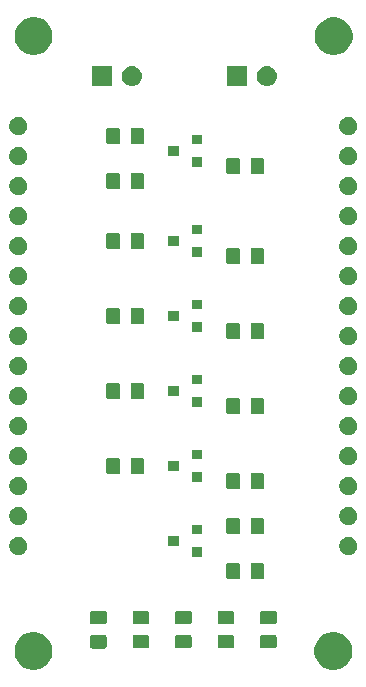
<source format=gbr>
G04 #@! TF.GenerationSoftware,KiCad,Pcbnew,(5.0.2)-1*
G04 #@! TF.CreationDate,2019-06-20T09:18:01+05:30*
G04 #@! TF.ProjectId,CapacityOfBattery,43617061-6369-4747-994f-664261747465,rev?*
G04 #@! TF.SameCoordinates,Original*
G04 #@! TF.FileFunction,Soldermask,Top*
G04 #@! TF.FilePolarity,Negative*
%FSLAX46Y46*%
G04 Gerber Fmt 4.6, Leading zero omitted, Abs format (unit mm)*
G04 Created by KiCad (PCBNEW (5.0.2)-1) date 06/20/19 09:18:01*
%MOMM*%
%LPD*%
G01*
G04 APERTURE LIST*
%ADD10C,0.100000*%
G04 APERTURE END LIST*
D10*
G36*
X41668043Y-66195666D02*
X41959223Y-66316277D01*
X42221284Y-66491381D01*
X42444139Y-66714236D01*
X42619243Y-66976297D01*
X42739854Y-67267477D01*
X42801340Y-67576592D01*
X42801340Y-67891768D01*
X42739854Y-68200883D01*
X42619243Y-68492063D01*
X42444139Y-68754124D01*
X42221284Y-68976979D01*
X41959223Y-69152083D01*
X41668043Y-69272694D01*
X41358928Y-69334180D01*
X41043752Y-69334180D01*
X40734637Y-69272694D01*
X40443457Y-69152083D01*
X40181396Y-68976979D01*
X39958541Y-68754124D01*
X39783437Y-68492063D01*
X39662826Y-68200883D01*
X39601340Y-67891768D01*
X39601340Y-67576592D01*
X39662826Y-67267477D01*
X39783437Y-66976297D01*
X39958541Y-66714236D01*
X40181396Y-66491381D01*
X40443457Y-66316277D01*
X40734637Y-66195666D01*
X41043752Y-66134180D01*
X41358928Y-66134180D01*
X41668043Y-66195666D01*
X41668043Y-66195666D01*
G37*
G36*
X16275663Y-66195666D02*
X16566843Y-66316277D01*
X16828904Y-66491381D01*
X17051759Y-66714236D01*
X17226863Y-66976297D01*
X17347474Y-67267477D01*
X17408960Y-67576592D01*
X17408960Y-67891768D01*
X17347474Y-68200883D01*
X17226863Y-68492063D01*
X17051759Y-68754124D01*
X16828904Y-68976979D01*
X16566843Y-69152083D01*
X16275663Y-69272694D01*
X15966548Y-69334180D01*
X15651372Y-69334180D01*
X15342257Y-69272694D01*
X15051077Y-69152083D01*
X14789016Y-68976979D01*
X14566161Y-68754124D01*
X14391057Y-68492063D01*
X14270446Y-68200883D01*
X14208960Y-67891768D01*
X14208960Y-67576592D01*
X14270446Y-67267477D01*
X14391057Y-66976297D01*
X14566161Y-66714236D01*
X14789016Y-66491381D01*
X15051077Y-66316277D01*
X15342257Y-66195666D01*
X15651372Y-66134180D01*
X15966548Y-66134180D01*
X16275663Y-66195666D01*
X16275663Y-66195666D01*
G37*
G36*
X21856355Y-66363973D02*
X21889886Y-66374145D01*
X21920793Y-66390665D01*
X21947876Y-66412891D01*
X21970102Y-66439974D01*
X21986622Y-66470881D01*
X21996794Y-66504412D01*
X22000833Y-66545421D01*
X22000833Y-67324447D01*
X21996794Y-67365456D01*
X21986622Y-67398987D01*
X21970102Y-67429894D01*
X21947876Y-67456977D01*
X21920793Y-67479203D01*
X21889886Y-67495723D01*
X21856355Y-67505895D01*
X21815346Y-67509934D01*
X20786320Y-67509934D01*
X20745311Y-67505895D01*
X20711780Y-67495723D01*
X20680873Y-67479203D01*
X20653790Y-67456977D01*
X20631564Y-67429894D01*
X20615044Y-67398987D01*
X20604872Y-67365456D01*
X20600833Y-67324447D01*
X20600833Y-66545421D01*
X20604872Y-66504412D01*
X20615044Y-66470881D01*
X20631564Y-66439974D01*
X20653790Y-66412891D01*
X20680873Y-66390665D01*
X20711780Y-66374145D01*
X20745311Y-66363973D01*
X20786320Y-66359934D01*
X21815346Y-66359934D01*
X21856355Y-66363973D01*
X21856355Y-66363973D01*
G37*
G36*
X32655522Y-66354039D02*
X32689053Y-66364211D01*
X32719960Y-66380731D01*
X32747043Y-66402957D01*
X32769269Y-66430040D01*
X32785789Y-66460947D01*
X32795961Y-66494478D01*
X32800000Y-66535487D01*
X32800000Y-67314513D01*
X32795961Y-67355522D01*
X32785789Y-67389053D01*
X32769269Y-67419960D01*
X32747043Y-67447043D01*
X32719960Y-67469269D01*
X32689053Y-67485789D01*
X32655522Y-67495961D01*
X32614513Y-67500000D01*
X31585487Y-67500000D01*
X31544478Y-67495961D01*
X31510947Y-67485789D01*
X31480040Y-67469269D01*
X31452957Y-67447043D01*
X31430731Y-67419960D01*
X31414211Y-67389053D01*
X31404039Y-67355522D01*
X31400000Y-67314513D01*
X31400000Y-66535487D01*
X31404039Y-66494478D01*
X31414211Y-66460947D01*
X31430731Y-66430040D01*
X31452957Y-66402957D01*
X31480040Y-66380731D01*
X31510947Y-66364211D01*
X31544478Y-66354039D01*
X31585487Y-66350000D01*
X32614513Y-66350000D01*
X32655522Y-66354039D01*
X32655522Y-66354039D01*
G37*
G36*
X25455522Y-66354039D02*
X25489053Y-66364211D01*
X25519960Y-66380731D01*
X25547043Y-66402957D01*
X25569269Y-66430040D01*
X25585789Y-66460947D01*
X25595961Y-66494478D01*
X25600000Y-66535487D01*
X25600000Y-67314513D01*
X25595961Y-67355522D01*
X25585789Y-67389053D01*
X25569269Y-67419960D01*
X25547043Y-67447043D01*
X25519960Y-67469269D01*
X25489053Y-67485789D01*
X25455522Y-67495961D01*
X25414513Y-67500000D01*
X24385487Y-67500000D01*
X24344478Y-67495961D01*
X24310947Y-67485789D01*
X24280040Y-67469269D01*
X24252957Y-67447043D01*
X24230731Y-67419960D01*
X24214211Y-67389053D01*
X24204039Y-67355522D01*
X24200000Y-67314513D01*
X24200000Y-66535487D01*
X24204039Y-66494478D01*
X24214211Y-66460947D01*
X24230731Y-66430040D01*
X24252957Y-66402957D01*
X24280040Y-66380731D01*
X24310947Y-66364211D01*
X24344478Y-66354039D01*
X24385487Y-66350000D01*
X25414513Y-66350000D01*
X25455522Y-66354039D01*
X25455522Y-66354039D01*
G37*
G36*
X36255522Y-66354039D02*
X36289053Y-66364211D01*
X36319960Y-66380731D01*
X36347043Y-66402957D01*
X36369269Y-66430040D01*
X36385789Y-66460947D01*
X36395961Y-66494478D01*
X36400000Y-66535487D01*
X36400000Y-67314513D01*
X36395961Y-67355522D01*
X36385789Y-67389053D01*
X36369269Y-67419960D01*
X36347043Y-67447043D01*
X36319960Y-67469269D01*
X36289053Y-67485789D01*
X36255522Y-67495961D01*
X36214513Y-67500000D01*
X35185487Y-67500000D01*
X35144478Y-67495961D01*
X35110947Y-67485789D01*
X35080040Y-67469269D01*
X35052957Y-67447043D01*
X35030731Y-67419960D01*
X35014211Y-67389053D01*
X35004039Y-67355522D01*
X35000000Y-67314513D01*
X35000000Y-66535487D01*
X35004039Y-66494478D01*
X35014211Y-66460947D01*
X35030731Y-66430040D01*
X35052957Y-66402957D01*
X35080040Y-66380731D01*
X35110947Y-66364211D01*
X35144478Y-66354039D01*
X35185487Y-66350000D01*
X36214513Y-66350000D01*
X36255522Y-66354039D01*
X36255522Y-66354039D01*
G37*
G36*
X29055522Y-66354039D02*
X29089053Y-66364211D01*
X29119960Y-66380731D01*
X29147043Y-66402957D01*
X29169269Y-66430040D01*
X29185789Y-66460947D01*
X29195961Y-66494478D01*
X29200000Y-66535487D01*
X29200000Y-67314513D01*
X29195961Y-67355522D01*
X29185789Y-67389053D01*
X29169269Y-67419960D01*
X29147043Y-67447043D01*
X29119960Y-67469269D01*
X29089053Y-67485789D01*
X29055522Y-67495961D01*
X29014513Y-67500000D01*
X27985487Y-67500000D01*
X27944478Y-67495961D01*
X27910947Y-67485789D01*
X27880040Y-67469269D01*
X27852957Y-67447043D01*
X27830731Y-67419960D01*
X27814211Y-67389053D01*
X27804039Y-67355522D01*
X27800000Y-67314513D01*
X27800000Y-66535487D01*
X27804039Y-66494478D01*
X27814211Y-66460947D01*
X27830731Y-66430040D01*
X27852957Y-66402957D01*
X27880040Y-66380731D01*
X27910947Y-66364211D01*
X27944478Y-66354039D01*
X27985487Y-66350000D01*
X29014513Y-66350000D01*
X29055522Y-66354039D01*
X29055522Y-66354039D01*
G37*
G36*
X21856355Y-64313973D02*
X21889886Y-64324145D01*
X21920793Y-64340665D01*
X21947876Y-64362891D01*
X21970102Y-64389974D01*
X21986622Y-64420881D01*
X21996794Y-64454412D01*
X22000833Y-64495421D01*
X22000833Y-65274447D01*
X21996794Y-65315456D01*
X21986622Y-65348987D01*
X21970102Y-65379894D01*
X21947876Y-65406977D01*
X21920793Y-65429203D01*
X21889886Y-65445723D01*
X21856355Y-65455895D01*
X21815346Y-65459934D01*
X20786320Y-65459934D01*
X20745311Y-65455895D01*
X20711780Y-65445723D01*
X20680873Y-65429203D01*
X20653790Y-65406977D01*
X20631564Y-65379894D01*
X20615044Y-65348987D01*
X20604872Y-65315456D01*
X20600833Y-65274447D01*
X20600833Y-64495421D01*
X20604872Y-64454412D01*
X20615044Y-64420881D01*
X20631564Y-64389974D01*
X20653790Y-64362891D01*
X20680873Y-64340665D01*
X20711780Y-64324145D01*
X20745311Y-64313973D01*
X20786320Y-64309934D01*
X21815346Y-64309934D01*
X21856355Y-64313973D01*
X21856355Y-64313973D01*
G37*
G36*
X29055522Y-64304039D02*
X29089053Y-64314211D01*
X29119960Y-64330731D01*
X29147043Y-64352957D01*
X29169269Y-64380040D01*
X29185789Y-64410947D01*
X29195961Y-64444478D01*
X29200000Y-64485487D01*
X29200000Y-65264513D01*
X29195961Y-65305522D01*
X29185789Y-65339053D01*
X29169269Y-65369960D01*
X29147043Y-65397043D01*
X29119960Y-65419269D01*
X29089053Y-65435789D01*
X29055522Y-65445961D01*
X29014513Y-65450000D01*
X27985487Y-65450000D01*
X27944478Y-65445961D01*
X27910947Y-65435789D01*
X27880040Y-65419269D01*
X27852957Y-65397043D01*
X27830731Y-65369960D01*
X27814211Y-65339053D01*
X27804039Y-65305522D01*
X27800000Y-65264513D01*
X27800000Y-64485487D01*
X27804039Y-64444478D01*
X27814211Y-64410947D01*
X27830731Y-64380040D01*
X27852957Y-64352957D01*
X27880040Y-64330731D01*
X27910947Y-64314211D01*
X27944478Y-64304039D01*
X27985487Y-64300000D01*
X29014513Y-64300000D01*
X29055522Y-64304039D01*
X29055522Y-64304039D01*
G37*
G36*
X32655522Y-64304039D02*
X32689053Y-64314211D01*
X32719960Y-64330731D01*
X32747043Y-64352957D01*
X32769269Y-64380040D01*
X32785789Y-64410947D01*
X32795961Y-64444478D01*
X32800000Y-64485487D01*
X32800000Y-65264513D01*
X32795961Y-65305522D01*
X32785789Y-65339053D01*
X32769269Y-65369960D01*
X32747043Y-65397043D01*
X32719960Y-65419269D01*
X32689053Y-65435789D01*
X32655522Y-65445961D01*
X32614513Y-65450000D01*
X31585487Y-65450000D01*
X31544478Y-65445961D01*
X31510947Y-65435789D01*
X31480040Y-65419269D01*
X31452957Y-65397043D01*
X31430731Y-65369960D01*
X31414211Y-65339053D01*
X31404039Y-65305522D01*
X31400000Y-65264513D01*
X31400000Y-64485487D01*
X31404039Y-64444478D01*
X31414211Y-64410947D01*
X31430731Y-64380040D01*
X31452957Y-64352957D01*
X31480040Y-64330731D01*
X31510947Y-64314211D01*
X31544478Y-64304039D01*
X31585487Y-64300000D01*
X32614513Y-64300000D01*
X32655522Y-64304039D01*
X32655522Y-64304039D01*
G37*
G36*
X25455522Y-64304039D02*
X25489053Y-64314211D01*
X25519960Y-64330731D01*
X25547043Y-64352957D01*
X25569269Y-64380040D01*
X25585789Y-64410947D01*
X25595961Y-64444478D01*
X25600000Y-64485487D01*
X25600000Y-65264513D01*
X25595961Y-65305522D01*
X25585789Y-65339053D01*
X25569269Y-65369960D01*
X25547043Y-65397043D01*
X25519960Y-65419269D01*
X25489053Y-65435789D01*
X25455522Y-65445961D01*
X25414513Y-65450000D01*
X24385487Y-65450000D01*
X24344478Y-65445961D01*
X24310947Y-65435789D01*
X24280040Y-65419269D01*
X24252957Y-65397043D01*
X24230731Y-65369960D01*
X24214211Y-65339053D01*
X24204039Y-65305522D01*
X24200000Y-65264513D01*
X24200000Y-64485487D01*
X24204039Y-64444478D01*
X24214211Y-64410947D01*
X24230731Y-64380040D01*
X24252957Y-64352957D01*
X24280040Y-64330731D01*
X24310947Y-64314211D01*
X24344478Y-64304039D01*
X24385487Y-64300000D01*
X25414513Y-64300000D01*
X25455522Y-64304039D01*
X25455522Y-64304039D01*
G37*
G36*
X36255522Y-64304039D02*
X36289053Y-64314211D01*
X36319960Y-64330731D01*
X36347043Y-64352957D01*
X36369269Y-64380040D01*
X36385789Y-64410947D01*
X36395961Y-64444478D01*
X36400000Y-64485487D01*
X36400000Y-65264513D01*
X36395961Y-65305522D01*
X36385789Y-65339053D01*
X36369269Y-65369960D01*
X36347043Y-65397043D01*
X36319960Y-65419269D01*
X36289053Y-65435789D01*
X36255522Y-65445961D01*
X36214513Y-65450000D01*
X35185487Y-65450000D01*
X35144478Y-65445961D01*
X35110947Y-65435789D01*
X35080040Y-65419269D01*
X35052957Y-65397043D01*
X35030731Y-65369960D01*
X35014211Y-65339053D01*
X35004039Y-65305522D01*
X35000000Y-65264513D01*
X35000000Y-64485487D01*
X35004039Y-64444478D01*
X35014211Y-64410947D01*
X35030731Y-64380040D01*
X35052957Y-64352957D01*
X35080040Y-64330731D01*
X35110947Y-64314211D01*
X35144478Y-64304039D01*
X35185487Y-64300000D01*
X36214513Y-64300000D01*
X36255522Y-64304039D01*
X36255522Y-64304039D01*
G37*
G36*
X35195522Y-60264039D02*
X35229053Y-60274211D01*
X35259960Y-60290731D01*
X35287043Y-60312957D01*
X35309269Y-60340040D01*
X35325789Y-60370947D01*
X35335961Y-60404478D01*
X35340000Y-60445487D01*
X35340000Y-61474513D01*
X35335961Y-61515522D01*
X35325789Y-61549053D01*
X35309269Y-61579960D01*
X35287043Y-61607043D01*
X35259960Y-61629269D01*
X35229053Y-61645789D01*
X35195522Y-61655961D01*
X35154513Y-61660000D01*
X34375487Y-61660000D01*
X34334478Y-61655961D01*
X34300947Y-61645789D01*
X34270040Y-61629269D01*
X34242957Y-61607043D01*
X34220731Y-61579960D01*
X34204211Y-61549053D01*
X34194039Y-61515522D01*
X34190000Y-61474513D01*
X34190000Y-60445487D01*
X34194039Y-60404478D01*
X34204211Y-60370947D01*
X34220731Y-60340040D01*
X34242957Y-60312957D01*
X34270040Y-60290731D01*
X34300947Y-60274211D01*
X34334478Y-60264039D01*
X34375487Y-60260000D01*
X35154513Y-60260000D01*
X35195522Y-60264039D01*
X35195522Y-60264039D01*
G37*
G36*
X33145522Y-60264039D02*
X33179053Y-60274211D01*
X33209960Y-60290731D01*
X33237043Y-60312957D01*
X33259269Y-60340040D01*
X33275789Y-60370947D01*
X33285961Y-60404478D01*
X33290000Y-60445487D01*
X33290000Y-61474513D01*
X33285961Y-61515522D01*
X33275789Y-61549053D01*
X33259269Y-61579960D01*
X33237043Y-61607043D01*
X33209960Y-61629269D01*
X33179053Y-61645789D01*
X33145522Y-61655961D01*
X33104513Y-61660000D01*
X32325487Y-61660000D01*
X32284478Y-61655961D01*
X32250947Y-61645789D01*
X32220040Y-61629269D01*
X32192957Y-61607043D01*
X32170731Y-61579960D01*
X32154211Y-61549053D01*
X32144039Y-61515522D01*
X32140000Y-61474513D01*
X32140000Y-60445487D01*
X32144039Y-60404478D01*
X32154211Y-60370947D01*
X32170731Y-60340040D01*
X32192957Y-60312957D01*
X32220040Y-60290731D01*
X32250947Y-60274211D01*
X32284478Y-60264039D01*
X32325487Y-60260000D01*
X33104513Y-60260000D01*
X33145522Y-60264039D01*
X33145522Y-60264039D01*
G37*
G36*
X30110000Y-59750000D02*
X29210000Y-59750000D01*
X29210000Y-58950000D01*
X30110000Y-58950000D01*
X30110000Y-59750000D01*
X30110000Y-59750000D01*
G37*
G36*
X42643195Y-58097522D02*
X42692267Y-58107283D01*
X42830942Y-58164724D01*
X42955750Y-58248118D01*
X43061882Y-58354250D01*
X43145276Y-58479058D01*
X43202717Y-58617734D01*
X43232000Y-58764948D01*
X43232000Y-58915052D01*
X43202717Y-59062266D01*
X43145276Y-59200942D01*
X43061882Y-59325750D01*
X42955750Y-59431882D01*
X42955747Y-59431884D01*
X42830942Y-59515276D01*
X42692267Y-59572717D01*
X42643195Y-59582478D01*
X42545052Y-59602000D01*
X42394948Y-59602000D01*
X42296805Y-59582478D01*
X42247733Y-59572717D01*
X42109058Y-59515276D01*
X41984253Y-59431884D01*
X41984250Y-59431882D01*
X41878118Y-59325750D01*
X41794724Y-59200942D01*
X41737283Y-59062266D01*
X41708000Y-58915052D01*
X41708000Y-58764948D01*
X41737283Y-58617734D01*
X41794724Y-58479058D01*
X41878118Y-58354250D01*
X41984250Y-58248118D01*
X42109058Y-58164724D01*
X42247733Y-58107283D01*
X42296805Y-58097522D01*
X42394948Y-58078000D01*
X42545052Y-58078000D01*
X42643195Y-58097522D01*
X42643195Y-58097522D01*
G37*
G36*
X14703195Y-58097522D02*
X14752267Y-58107283D01*
X14890942Y-58164724D01*
X15015750Y-58248118D01*
X15121882Y-58354250D01*
X15205276Y-58479058D01*
X15262717Y-58617734D01*
X15292000Y-58764948D01*
X15292000Y-58915052D01*
X15262717Y-59062266D01*
X15205276Y-59200942D01*
X15121882Y-59325750D01*
X15015750Y-59431882D01*
X15015747Y-59431884D01*
X14890942Y-59515276D01*
X14752267Y-59572717D01*
X14703195Y-59582478D01*
X14605052Y-59602000D01*
X14454948Y-59602000D01*
X14356805Y-59582478D01*
X14307733Y-59572717D01*
X14169058Y-59515276D01*
X14044253Y-59431884D01*
X14044250Y-59431882D01*
X13938118Y-59325750D01*
X13854724Y-59200942D01*
X13797283Y-59062266D01*
X13768000Y-58915052D01*
X13768000Y-58764948D01*
X13797283Y-58617734D01*
X13854724Y-58479058D01*
X13938118Y-58354250D01*
X14044250Y-58248118D01*
X14169058Y-58164724D01*
X14307733Y-58107283D01*
X14356805Y-58097522D01*
X14454948Y-58078000D01*
X14605052Y-58078000D01*
X14703195Y-58097522D01*
X14703195Y-58097522D01*
G37*
G36*
X28110000Y-58800000D02*
X27210000Y-58800000D01*
X27210000Y-58000000D01*
X28110000Y-58000000D01*
X28110000Y-58800000D01*
X28110000Y-58800000D01*
G37*
G36*
X30110000Y-57850000D02*
X29210000Y-57850000D01*
X29210000Y-57050000D01*
X30110000Y-57050000D01*
X30110000Y-57850000D01*
X30110000Y-57850000D01*
G37*
G36*
X35195522Y-56454039D02*
X35229053Y-56464211D01*
X35259960Y-56480731D01*
X35287043Y-56502957D01*
X35309269Y-56530040D01*
X35325789Y-56560947D01*
X35335961Y-56594478D01*
X35340000Y-56635487D01*
X35340000Y-57664513D01*
X35335961Y-57705522D01*
X35325789Y-57739053D01*
X35309269Y-57769960D01*
X35287043Y-57797043D01*
X35259960Y-57819269D01*
X35229053Y-57835789D01*
X35195522Y-57845961D01*
X35154513Y-57850000D01*
X34375487Y-57850000D01*
X34334478Y-57845961D01*
X34300947Y-57835789D01*
X34270040Y-57819269D01*
X34242957Y-57797043D01*
X34220731Y-57769960D01*
X34204211Y-57739053D01*
X34194039Y-57705522D01*
X34190000Y-57664513D01*
X34190000Y-56635487D01*
X34194039Y-56594478D01*
X34204211Y-56560947D01*
X34220731Y-56530040D01*
X34242957Y-56502957D01*
X34270040Y-56480731D01*
X34300947Y-56464211D01*
X34334478Y-56454039D01*
X34375487Y-56450000D01*
X35154513Y-56450000D01*
X35195522Y-56454039D01*
X35195522Y-56454039D01*
G37*
G36*
X33145522Y-56454039D02*
X33179053Y-56464211D01*
X33209960Y-56480731D01*
X33237043Y-56502957D01*
X33259269Y-56530040D01*
X33275789Y-56560947D01*
X33285961Y-56594478D01*
X33290000Y-56635487D01*
X33290000Y-57664513D01*
X33285961Y-57705522D01*
X33275789Y-57739053D01*
X33259269Y-57769960D01*
X33237043Y-57797043D01*
X33209960Y-57819269D01*
X33179053Y-57835789D01*
X33145522Y-57845961D01*
X33104513Y-57850000D01*
X32325487Y-57850000D01*
X32284478Y-57845961D01*
X32250947Y-57835789D01*
X32220040Y-57819269D01*
X32192957Y-57797043D01*
X32170731Y-57769960D01*
X32154211Y-57739053D01*
X32144039Y-57705522D01*
X32140000Y-57664513D01*
X32140000Y-56635487D01*
X32144039Y-56594478D01*
X32154211Y-56560947D01*
X32170731Y-56530040D01*
X32192957Y-56502957D01*
X32220040Y-56480731D01*
X32250947Y-56464211D01*
X32284478Y-56454039D01*
X32325487Y-56450000D01*
X33104513Y-56450000D01*
X33145522Y-56454039D01*
X33145522Y-56454039D01*
G37*
G36*
X14703195Y-55557522D02*
X14752267Y-55567283D01*
X14890942Y-55624724D01*
X15015750Y-55708118D01*
X15121882Y-55814250D01*
X15205276Y-55939058D01*
X15262717Y-56077734D01*
X15292000Y-56224948D01*
X15292000Y-56375052D01*
X15262717Y-56522266D01*
X15205276Y-56660942D01*
X15121882Y-56785750D01*
X15015750Y-56891882D01*
X15015747Y-56891884D01*
X14890942Y-56975276D01*
X14752267Y-57032717D01*
X14703195Y-57042478D01*
X14605052Y-57062000D01*
X14454948Y-57062000D01*
X14356805Y-57042478D01*
X14307733Y-57032717D01*
X14169058Y-56975276D01*
X14044253Y-56891884D01*
X14044250Y-56891882D01*
X13938118Y-56785750D01*
X13854724Y-56660942D01*
X13797283Y-56522266D01*
X13768000Y-56375052D01*
X13768000Y-56224948D01*
X13797283Y-56077734D01*
X13854724Y-55939058D01*
X13938118Y-55814250D01*
X14044250Y-55708118D01*
X14169058Y-55624724D01*
X14307733Y-55567283D01*
X14356805Y-55557522D01*
X14454948Y-55538000D01*
X14605052Y-55538000D01*
X14703195Y-55557522D01*
X14703195Y-55557522D01*
G37*
G36*
X42643195Y-55557522D02*
X42692267Y-55567283D01*
X42830942Y-55624724D01*
X42955750Y-55708118D01*
X43061882Y-55814250D01*
X43145276Y-55939058D01*
X43202717Y-56077734D01*
X43232000Y-56224948D01*
X43232000Y-56375052D01*
X43202717Y-56522266D01*
X43145276Y-56660942D01*
X43061882Y-56785750D01*
X42955750Y-56891882D01*
X42955747Y-56891884D01*
X42830942Y-56975276D01*
X42692267Y-57032717D01*
X42643195Y-57042478D01*
X42545052Y-57062000D01*
X42394948Y-57062000D01*
X42296805Y-57042478D01*
X42247733Y-57032717D01*
X42109058Y-56975276D01*
X41984253Y-56891884D01*
X41984250Y-56891882D01*
X41878118Y-56785750D01*
X41794724Y-56660942D01*
X41737283Y-56522266D01*
X41708000Y-56375052D01*
X41708000Y-56224948D01*
X41737283Y-56077734D01*
X41794724Y-55939058D01*
X41878118Y-55814250D01*
X41984250Y-55708118D01*
X42109058Y-55624724D01*
X42247733Y-55567283D01*
X42296805Y-55557522D01*
X42394948Y-55538000D01*
X42545052Y-55538000D01*
X42643195Y-55557522D01*
X42643195Y-55557522D01*
G37*
G36*
X42643195Y-53017522D02*
X42692267Y-53027283D01*
X42830942Y-53084724D01*
X42955750Y-53168118D01*
X43061882Y-53274250D01*
X43061884Y-53274253D01*
X43145276Y-53399058D01*
X43202717Y-53537733D01*
X43232000Y-53684950D01*
X43232000Y-53835050D01*
X43202717Y-53982267D01*
X43187087Y-54020000D01*
X43145276Y-54120942D01*
X43061882Y-54245750D01*
X42955750Y-54351882D01*
X42955747Y-54351884D01*
X42830942Y-54435276D01*
X42692267Y-54492717D01*
X42643195Y-54502478D01*
X42545052Y-54522000D01*
X42394948Y-54522000D01*
X42296805Y-54502478D01*
X42247733Y-54492717D01*
X42109058Y-54435276D01*
X41984253Y-54351884D01*
X41984250Y-54351882D01*
X41878118Y-54245750D01*
X41794724Y-54120942D01*
X41752913Y-54020000D01*
X41737283Y-53982267D01*
X41708000Y-53835050D01*
X41708000Y-53684950D01*
X41737283Y-53537733D01*
X41794724Y-53399058D01*
X41878116Y-53274253D01*
X41878118Y-53274250D01*
X41984250Y-53168118D01*
X42109058Y-53084724D01*
X42247733Y-53027283D01*
X42296805Y-53017522D01*
X42394948Y-52998000D01*
X42545052Y-52998000D01*
X42643195Y-53017522D01*
X42643195Y-53017522D01*
G37*
G36*
X14703195Y-53017522D02*
X14752267Y-53027283D01*
X14890942Y-53084724D01*
X15015750Y-53168118D01*
X15121882Y-53274250D01*
X15121884Y-53274253D01*
X15205276Y-53399058D01*
X15262717Y-53537733D01*
X15292000Y-53684950D01*
X15292000Y-53835050D01*
X15262717Y-53982267D01*
X15247087Y-54020000D01*
X15205276Y-54120942D01*
X15121882Y-54245750D01*
X15015750Y-54351882D01*
X15015747Y-54351884D01*
X14890942Y-54435276D01*
X14752267Y-54492717D01*
X14703195Y-54502478D01*
X14605052Y-54522000D01*
X14454948Y-54522000D01*
X14356805Y-54502478D01*
X14307733Y-54492717D01*
X14169058Y-54435276D01*
X14044253Y-54351884D01*
X14044250Y-54351882D01*
X13938118Y-54245750D01*
X13854724Y-54120942D01*
X13812913Y-54020000D01*
X13797283Y-53982267D01*
X13768000Y-53835050D01*
X13768000Y-53684950D01*
X13797283Y-53537733D01*
X13854724Y-53399058D01*
X13938116Y-53274253D01*
X13938118Y-53274250D01*
X14044250Y-53168118D01*
X14169058Y-53084724D01*
X14307733Y-53027283D01*
X14356805Y-53017522D01*
X14454948Y-52998000D01*
X14605052Y-52998000D01*
X14703195Y-53017522D01*
X14703195Y-53017522D01*
G37*
G36*
X33145522Y-52624039D02*
X33179053Y-52634211D01*
X33209960Y-52650731D01*
X33237043Y-52672957D01*
X33259269Y-52700040D01*
X33275789Y-52730947D01*
X33285961Y-52764478D01*
X33290000Y-52805487D01*
X33290000Y-53834513D01*
X33285961Y-53875522D01*
X33275789Y-53909053D01*
X33259269Y-53939960D01*
X33237043Y-53967043D01*
X33209960Y-53989269D01*
X33179053Y-54005789D01*
X33145522Y-54015961D01*
X33104513Y-54020000D01*
X32325487Y-54020000D01*
X32284478Y-54015961D01*
X32250947Y-54005789D01*
X32220040Y-53989269D01*
X32192957Y-53967043D01*
X32170731Y-53939960D01*
X32154211Y-53909053D01*
X32144039Y-53875522D01*
X32140000Y-53834513D01*
X32140000Y-52805487D01*
X32144039Y-52764478D01*
X32154211Y-52730947D01*
X32170731Y-52700040D01*
X32192957Y-52672957D01*
X32220040Y-52650731D01*
X32250947Y-52634211D01*
X32284478Y-52624039D01*
X32325487Y-52620000D01*
X33104513Y-52620000D01*
X33145522Y-52624039D01*
X33145522Y-52624039D01*
G37*
G36*
X35195522Y-52624039D02*
X35229053Y-52634211D01*
X35259960Y-52650731D01*
X35287043Y-52672957D01*
X35309269Y-52700040D01*
X35325789Y-52730947D01*
X35335961Y-52764478D01*
X35340000Y-52805487D01*
X35340000Y-53834513D01*
X35335961Y-53875522D01*
X35325789Y-53909053D01*
X35309269Y-53939960D01*
X35287043Y-53967043D01*
X35259960Y-53989269D01*
X35229053Y-54005789D01*
X35195522Y-54015961D01*
X35154513Y-54020000D01*
X34375487Y-54020000D01*
X34334478Y-54015961D01*
X34300947Y-54005789D01*
X34270040Y-53989269D01*
X34242957Y-53967043D01*
X34220731Y-53939960D01*
X34204211Y-53909053D01*
X34194039Y-53875522D01*
X34190000Y-53834513D01*
X34190000Y-52805487D01*
X34194039Y-52764478D01*
X34204211Y-52730947D01*
X34220731Y-52700040D01*
X34242957Y-52672957D01*
X34270040Y-52650731D01*
X34300947Y-52634211D01*
X34334478Y-52624039D01*
X34375487Y-52620000D01*
X35154513Y-52620000D01*
X35195522Y-52624039D01*
X35195522Y-52624039D01*
G37*
G36*
X30110000Y-53400000D02*
X29210000Y-53400000D01*
X29210000Y-52600000D01*
X30110000Y-52600000D01*
X30110000Y-53400000D01*
X30110000Y-53400000D01*
G37*
G36*
X22985522Y-51354039D02*
X23019053Y-51364211D01*
X23049960Y-51380731D01*
X23077043Y-51402957D01*
X23099269Y-51430040D01*
X23115789Y-51460947D01*
X23125961Y-51494478D01*
X23130000Y-51535487D01*
X23130000Y-52564513D01*
X23125961Y-52605522D01*
X23115789Y-52639053D01*
X23099269Y-52669960D01*
X23077043Y-52697043D01*
X23049960Y-52719269D01*
X23019053Y-52735789D01*
X22985522Y-52745961D01*
X22944513Y-52750000D01*
X22165487Y-52750000D01*
X22124478Y-52745961D01*
X22090947Y-52735789D01*
X22060040Y-52719269D01*
X22032957Y-52697043D01*
X22010731Y-52669960D01*
X21994211Y-52639053D01*
X21984039Y-52605522D01*
X21980000Y-52564513D01*
X21980000Y-51535487D01*
X21984039Y-51494478D01*
X21994211Y-51460947D01*
X22010731Y-51430040D01*
X22032957Y-51402957D01*
X22060040Y-51380731D01*
X22090947Y-51364211D01*
X22124478Y-51354039D01*
X22165487Y-51350000D01*
X22944513Y-51350000D01*
X22985522Y-51354039D01*
X22985522Y-51354039D01*
G37*
G36*
X25035522Y-51354039D02*
X25069053Y-51364211D01*
X25099960Y-51380731D01*
X25127043Y-51402957D01*
X25149269Y-51430040D01*
X25165789Y-51460947D01*
X25175961Y-51494478D01*
X25180000Y-51535487D01*
X25180000Y-52564513D01*
X25175961Y-52605522D01*
X25165789Y-52639053D01*
X25149269Y-52669960D01*
X25127043Y-52697043D01*
X25099960Y-52719269D01*
X25069053Y-52735789D01*
X25035522Y-52745961D01*
X24994513Y-52750000D01*
X24215487Y-52750000D01*
X24174478Y-52745961D01*
X24140947Y-52735789D01*
X24110040Y-52719269D01*
X24082957Y-52697043D01*
X24060731Y-52669960D01*
X24044211Y-52639053D01*
X24034039Y-52605522D01*
X24030000Y-52564513D01*
X24030000Y-51535487D01*
X24034039Y-51494478D01*
X24044211Y-51460947D01*
X24060731Y-51430040D01*
X24082957Y-51402957D01*
X24110040Y-51380731D01*
X24140947Y-51364211D01*
X24174478Y-51354039D01*
X24215487Y-51350000D01*
X24994513Y-51350000D01*
X25035522Y-51354039D01*
X25035522Y-51354039D01*
G37*
G36*
X28110000Y-52450000D02*
X27210000Y-52450000D01*
X27210000Y-51650000D01*
X28110000Y-51650000D01*
X28110000Y-52450000D01*
X28110000Y-52450000D01*
G37*
G36*
X42643195Y-50477522D02*
X42692267Y-50487283D01*
X42830942Y-50544724D01*
X42955750Y-50628118D01*
X43061882Y-50734250D01*
X43145276Y-50859058D01*
X43202717Y-50997734D01*
X43232000Y-51144948D01*
X43232000Y-51295052D01*
X43220114Y-51354804D01*
X43202717Y-51442267D01*
X43178803Y-51500000D01*
X43145276Y-51580942D01*
X43061882Y-51705750D01*
X42955750Y-51811882D01*
X42955747Y-51811884D01*
X42830942Y-51895276D01*
X42692267Y-51952717D01*
X42643195Y-51962478D01*
X42545052Y-51982000D01*
X42394948Y-51982000D01*
X42296805Y-51962478D01*
X42247733Y-51952717D01*
X42109058Y-51895276D01*
X41984253Y-51811884D01*
X41984250Y-51811882D01*
X41878118Y-51705750D01*
X41794724Y-51580942D01*
X41761197Y-51500000D01*
X41737283Y-51442267D01*
X41719886Y-51354804D01*
X41708000Y-51295052D01*
X41708000Y-51144948D01*
X41737283Y-50997734D01*
X41794724Y-50859058D01*
X41878118Y-50734250D01*
X41984250Y-50628118D01*
X42109058Y-50544724D01*
X42247733Y-50487283D01*
X42296805Y-50477522D01*
X42394948Y-50458000D01*
X42545052Y-50458000D01*
X42643195Y-50477522D01*
X42643195Y-50477522D01*
G37*
G36*
X14703195Y-50477522D02*
X14752267Y-50487283D01*
X14890942Y-50544724D01*
X15015750Y-50628118D01*
X15121882Y-50734250D01*
X15205276Y-50859058D01*
X15262717Y-50997734D01*
X15292000Y-51144948D01*
X15292000Y-51295052D01*
X15280114Y-51354804D01*
X15262717Y-51442267D01*
X15238803Y-51500000D01*
X15205276Y-51580942D01*
X15121882Y-51705750D01*
X15015750Y-51811882D01*
X15015747Y-51811884D01*
X14890942Y-51895276D01*
X14752267Y-51952717D01*
X14703195Y-51962478D01*
X14605052Y-51982000D01*
X14454948Y-51982000D01*
X14356805Y-51962478D01*
X14307733Y-51952717D01*
X14169058Y-51895276D01*
X14044253Y-51811884D01*
X14044250Y-51811882D01*
X13938118Y-51705750D01*
X13854724Y-51580942D01*
X13821197Y-51500000D01*
X13797283Y-51442267D01*
X13779886Y-51354804D01*
X13768000Y-51295052D01*
X13768000Y-51144948D01*
X13797283Y-50997734D01*
X13854724Y-50859058D01*
X13938118Y-50734250D01*
X14044250Y-50628118D01*
X14169058Y-50544724D01*
X14307733Y-50487283D01*
X14356805Y-50477522D01*
X14454948Y-50458000D01*
X14605052Y-50458000D01*
X14703195Y-50477522D01*
X14703195Y-50477522D01*
G37*
G36*
X30110000Y-51500000D02*
X29210000Y-51500000D01*
X29210000Y-50700000D01*
X30110000Y-50700000D01*
X30110000Y-51500000D01*
X30110000Y-51500000D01*
G37*
G36*
X42643195Y-47937522D02*
X42692267Y-47947283D01*
X42830942Y-48004724D01*
X42955750Y-48088118D01*
X43061882Y-48194250D01*
X43145276Y-48319058D01*
X43202717Y-48457734D01*
X43232000Y-48604948D01*
X43232000Y-48755052D01*
X43202717Y-48902266D01*
X43145276Y-49040942D01*
X43061882Y-49165750D01*
X42955750Y-49271882D01*
X42955747Y-49271884D01*
X42830942Y-49355276D01*
X42692267Y-49412717D01*
X42643195Y-49422478D01*
X42545052Y-49442000D01*
X42394948Y-49442000D01*
X42296805Y-49422478D01*
X42247733Y-49412717D01*
X42109058Y-49355276D01*
X41984253Y-49271884D01*
X41984250Y-49271882D01*
X41878118Y-49165750D01*
X41794724Y-49040942D01*
X41737283Y-48902266D01*
X41708000Y-48755052D01*
X41708000Y-48604948D01*
X41737283Y-48457734D01*
X41794724Y-48319058D01*
X41878118Y-48194250D01*
X41984250Y-48088118D01*
X42109058Y-48004724D01*
X42247733Y-47947283D01*
X42296805Y-47937522D01*
X42394948Y-47918000D01*
X42545052Y-47918000D01*
X42643195Y-47937522D01*
X42643195Y-47937522D01*
G37*
G36*
X14703195Y-47937522D02*
X14752267Y-47947283D01*
X14890942Y-48004724D01*
X15015750Y-48088118D01*
X15121882Y-48194250D01*
X15205276Y-48319058D01*
X15262717Y-48457734D01*
X15292000Y-48604948D01*
X15292000Y-48755052D01*
X15262717Y-48902266D01*
X15205276Y-49040942D01*
X15121882Y-49165750D01*
X15015750Y-49271882D01*
X15015747Y-49271884D01*
X14890942Y-49355276D01*
X14752267Y-49412717D01*
X14703195Y-49422478D01*
X14605052Y-49442000D01*
X14454948Y-49442000D01*
X14356805Y-49422478D01*
X14307733Y-49412717D01*
X14169058Y-49355276D01*
X14044253Y-49271884D01*
X14044250Y-49271882D01*
X13938118Y-49165750D01*
X13854724Y-49040942D01*
X13797283Y-48902266D01*
X13768000Y-48755052D01*
X13768000Y-48604948D01*
X13797283Y-48457734D01*
X13854724Y-48319058D01*
X13938118Y-48194250D01*
X14044250Y-48088118D01*
X14169058Y-48004724D01*
X14307733Y-47947283D01*
X14356805Y-47937522D01*
X14454948Y-47918000D01*
X14605052Y-47918000D01*
X14703195Y-47937522D01*
X14703195Y-47937522D01*
G37*
G36*
X33145522Y-46274039D02*
X33179053Y-46284211D01*
X33209960Y-46300731D01*
X33237043Y-46322957D01*
X33259269Y-46350040D01*
X33275789Y-46380947D01*
X33285961Y-46414478D01*
X33290000Y-46455487D01*
X33290000Y-47484513D01*
X33285961Y-47525522D01*
X33275789Y-47559053D01*
X33259269Y-47589960D01*
X33237043Y-47617043D01*
X33209960Y-47639269D01*
X33179053Y-47655789D01*
X33145522Y-47665961D01*
X33104513Y-47670000D01*
X32325487Y-47670000D01*
X32284478Y-47665961D01*
X32250947Y-47655789D01*
X32220040Y-47639269D01*
X32192957Y-47617043D01*
X32170731Y-47589960D01*
X32154211Y-47559053D01*
X32144039Y-47525522D01*
X32140000Y-47484513D01*
X32140000Y-46455487D01*
X32144039Y-46414478D01*
X32154211Y-46380947D01*
X32170731Y-46350040D01*
X32192957Y-46322957D01*
X32220040Y-46300731D01*
X32250947Y-46284211D01*
X32284478Y-46274039D01*
X32325487Y-46270000D01*
X33104513Y-46270000D01*
X33145522Y-46274039D01*
X33145522Y-46274039D01*
G37*
G36*
X35195522Y-46274039D02*
X35229053Y-46284211D01*
X35259960Y-46300731D01*
X35287043Y-46322957D01*
X35309269Y-46350040D01*
X35325789Y-46380947D01*
X35335961Y-46414478D01*
X35340000Y-46455487D01*
X35340000Y-47484513D01*
X35335961Y-47525522D01*
X35325789Y-47559053D01*
X35309269Y-47589960D01*
X35287043Y-47617043D01*
X35259960Y-47639269D01*
X35229053Y-47655789D01*
X35195522Y-47665961D01*
X35154513Y-47670000D01*
X34375487Y-47670000D01*
X34334478Y-47665961D01*
X34300947Y-47655789D01*
X34270040Y-47639269D01*
X34242957Y-47617043D01*
X34220731Y-47589960D01*
X34204211Y-47559053D01*
X34194039Y-47525522D01*
X34190000Y-47484513D01*
X34190000Y-46455487D01*
X34194039Y-46414478D01*
X34204211Y-46380947D01*
X34220731Y-46350040D01*
X34242957Y-46322957D01*
X34270040Y-46300731D01*
X34300947Y-46284211D01*
X34334478Y-46274039D01*
X34375487Y-46270000D01*
X35154513Y-46270000D01*
X35195522Y-46274039D01*
X35195522Y-46274039D01*
G37*
G36*
X30110000Y-47050000D02*
X29210000Y-47050000D01*
X29210000Y-46250000D01*
X30110000Y-46250000D01*
X30110000Y-47050000D01*
X30110000Y-47050000D01*
G37*
G36*
X14703195Y-45397522D02*
X14752267Y-45407283D01*
X14890942Y-45464724D01*
X15015750Y-45548118D01*
X15121882Y-45654250D01*
X15205276Y-45779058D01*
X15262717Y-45917734D01*
X15292000Y-46064948D01*
X15292000Y-46215052D01*
X15280114Y-46274804D01*
X15262717Y-46362267D01*
X15237010Y-46424329D01*
X15205276Y-46500942D01*
X15121882Y-46625750D01*
X15015750Y-46731882D01*
X15015747Y-46731884D01*
X14890942Y-46815276D01*
X14752267Y-46872717D01*
X14703195Y-46882478D01*
X14605052Y-46902000D01*
X14454948Y-46902000D01*
X14356805Y-46882478D01*
X14307733Y-46872717D01*
X14169058Y-46815276D01*
X14044253Y-46731884D01*
X14044250Y-46731882D01*
X13938118Y-46625750D01*
X13854724Y-46500942D01*
X13822990Y-46424329D01*
X13797283Y-46362267D01*
X13779886Y-46274804D01*
X13768000Y-46215052D01*
X13768000Y-46064948D01*
X13797283Y-45917734D01*
X13854724Y-45779058D01*
X13938118Y-45654250D01*
X14044250Y-45548118D01*
X14169058Y-45464724D01*
X14307733Y-45407283D01*
X14356805Y-45397522D01*
X14454948Y-45378000D01*
X14605052Y-45378000D01*
X14703195Y-45397522D01*
X14703195Y-45397522D01*
G37*
G36*
X42643195Y-45397522D02*
X42692267Y-45407283D01*
X42830942Y-45464724D01*
X42955750Y-45548118D01*
X43061882Y-45654250D01*
X43145276Y-45779058D01*
X43202717Y-45917734D01*
X43232000Y-46064948D01*
X43232000Y-46215052D01*
X43220114Y-46274804D01*
X43202717Y-46362267D01*
X43177010Y-46424329D01*
X43145276Y-46500942D01*
X43061882Y-46625750D01*
X42955750Y-46731882D01*
X42955747Y-46731884D01*
X42830942Y-46815276D01*
X42692267Y-46872717D01*
X42643195Y-46882478D01*
X42545052Y-46902000D01*
X42394948Y-46902000D01*
X42296805Y-46882478D01*
X42247733Y-46872717D01*
X42109058Y-46815276D01*
X41984253Y-46731884D01*
X41984250Y-46731882D01*
X41878118Y-46625750D01*
X41794724Y-46500942D01*
X41762990Y-46424329D01*
X41737283Y-46362267D01*
X41719886Y-46274804D01*
X41708000Y-46215052D01*
X41708000Y-46064948D01*
X41737283Y-45917734D01*
X41794724Y-45779058D01*
X41878118Y-45654250D01*
X41984250Y-45548118D01*
X42109058Y-45464724D01*
X42247733Y-45407283D01*
X42296805Y-45397522D01*
X42394948Y-45378000D01*
X42545052Y-45378000D01*
X42643195Y-45397522D01*
X42643195Y-45397522D01*
G37*
G36*
X25035522Y-45004039D02*
X25069053Y-45014211D01*
X25099960Y-45030731D01*
X25127043Y-45052957D01*
X25149269Y-45080040D01*
X25165789Y-45110947D01*
X25175961Y-45144478D01*
X25180000Y-45185487D01*
X25180000Y-46214513D01*
X25175961Y-46255522D01*
X25165789Y-46289053D01*
X25149269Y-46319960D01*
X25127043Y-46347043D01*
X25099960Y-46369269D01*
X25069053Y-46385789D01*
X25035522Y-46395961D01*
X24994513Y-46400000D01*
X24215487Y-46400000D01*
X24174478Y-46395961D01*
X24140947Y-46385789D01*
X24110040Y-46369269D01*
X24082957Y-46347043D01*
X24060731Y-46319960D01*
X24044211Y-46289053D01*
X24034039Y-46255522D01*
X24030000Y-46214513D01*
X24030000Y-45185487D01*
X24034039Y-45144478D01*
X24044211Y-45110947D01*
X24060731Y-45080040D01*
X24082957Y-45052957D01*
X24110040Y-45030731D01*
X24140947Y-45014211D01*
X24174478Y-45004039D01*
X24215487Y-45000000D01*
X24994513Y-45000000D01*
X25035522Y-45004039D01*
X25035522Y-45004039D01*
G37*
G36*
X22985522Y-45004039D02*
X23019053Y-45014211D01*
X23049960Y-45030731D01*
X23077043Y-45052957D01*
X23099269Y-45080040D01*
X23115789Y-45110947D01*
X23125961Y-45144478D01*
X23130000Y-45185487D01*
X23130000Y-46214513D01*
X23125961Y-46255522D01*
X23115789Y-46289053D01*
X23099269Y-46319960D01*
X23077043Y-46347043D01*
X23049960Y-46369269D01*
X23019053Y-46385789D01*
X22985522Y-46395961D01*
X22944513Y-46400000D01*
X22165487Y-46400000D01*
X22124478Y-46395961D01*
X22090947Y-46385789D01*
X22060040Y-46369269D01*
X22032957Y-46347043D01*
X22010731Y-46319960D01*
X21994211Y-46289053D01*
X21984039Y-46255522D01*
X21980000Y-46214513D01*
X21980000Y-45185487D01*
X21984039Y-45144478D01*
X21994211Y-45110947D01*
X22010731Y-45080040D01*
X22032957Y-45052957D01*
X22060040Y-45030731D01*
X22090947Y-45014211D01*
X22124478Y-45004039D01*
X22165487Y-45000000D01*
X22944513Y-45000000D01*
X22985522Y-45004039D01*
X22985522Y-45004039D01*
G37*
G36*
X28110000Y-46100000D02*
X27210000Y-46100000D01*
X27210000Y-45300000D01*
X28110000Y-45300000D01*
X28110000Y-46100000D01*
X28110000Y-46100000D01*
G37*
G36*
X30110000Y-45150000D02*
X29210000Y-45150000D01*
X29210000Y-44350000D01*
X30110000Y-44350000D01*
X30110000Y-45150000D01*
X30110000Y-45150000D01*
G37*
G36*
X14703195Y-42857522D02*
X14752267Y-42867283D01*
X14890942Y-42924724D01*
X15015750Y-43008118D01*
X15121882Y-43114250D01*
X15205276Y-43239058D01*
X15262717Y-43377734D01*
X15292000Y-43524948D01*
X15292000Y-43675052D01*
X15262717Y-43822266D01*
X15205276Y-43960942D01*
X15121882Y-44085750D01*
X15015750Y-44191882D01*
X15015747Y-44191884D01*
X14890942Y-44275276D01*
X14752267Y-44332717D01*
X14703195Y-44342478D01*
X14605052Y-44362000D01*
X14454948Y-44362000D01*
X14356805Y-44342478D01*
X14307733Y-44332717D01*
X14169058Y-44275276D01*
X14044253Y-44191884D01*
X14044250Y-44191882D01*
X13938118Y-44085750D01*
X13854724Y-43960942D01*
X13797283Y-43822266D01*
X13768000Y-43675052D01*
X13768000Y-43524948D01*
X13797283Y-43377734D01*
X13854724Y-43239058D01*
X13938118Y-43114250D01*
X14044250Y-43008118D01*
X14169058Y-42924724D01*
X14307733Y-42867283D01*
X14356805Y-42857522D01*
X14454948Y-42838000D01*
X14605052Y-42838000D01*
X14703195Y-42857522D01*
X14703195Y-42857522D01*
G37*
G36*
X42643195Y-42857522D02*
X42692267Y-42867283D01*
X42830942Y-42924724D01*
X42955750Y-43008118D01*
X43061882Y-43114250D01*
X43145276Y-43239058D01*
X43202717Y-43377734D01*
X43232000Y-43524948D01*
X43232000Y-43675052D01*
X43202717Y-43822266D01*
X43145276Y-43960942D01*
X43061882Y-44085750D01*
X42955750Y-44191882D01*
X42955747Y-44191884D01*
X42830942Y-44275276D01*
X42692267Y-44332717D01*
X42643195Y-44342478D01*
X42545052Y-44362000D01*
X42394948Y-44362000D01*
X42296805Y-44342478D01*
X42247733Y-44332717D01*
X42109058Y-44275276D01*
X41984253Y-44191884D01*
X41984250Y-44191882D01*
X41878118Y-44085750D01*
X41794724Y-43960942D01*
X41737283Y-43822266D01*
X41708000Y-43675052D01*
X41708000Y-43524948D01*
X41737283Y-43377734D01*
X41794724Y-43239058D01*
X41878118Y-43114250D01*
X41984250Y-43008118D01*
X42109058Y-42924724D01*
X42247733Y-42867283D01*
X42296805Y-42857522D01*
X42394948Y-42838000D01*
X42545052Y-42838000D01*
X42643195Y-42857522D01*
X42643195Y-42857522D01*
G37*
G36*
X42643195Y-40317522D02*
X42692267Y-40327283D01*
X42830942Y-40384724D01*
X42955750Y-40468118D01*
X43061882Y-40574250D01*
X43061884Y-40574253D01*
X43145276Y-40699058D01*
X43202717Y-40837733D01*
X43232000Y-40984950D01*
X43232000Y-41135050D01*
X43202717Y-41282267D01*
X43187087Y-41320000D01*
X43145276Y-41420942D01*
X43061882Y-41545750D01*
X42955750Y-41651882D01*
X42955747Y-41651884D01*
X42830942Y-41735276D01*
X42692267Y-41792717D01*
X42643195Y-41802478D01*
X42545052Y-41822000D01*
X42394948Y-41822000D01*
X42296805Y-41802478D01*
X42247733Y-41792717D01*
X42109058Y-41735276D01*
X41984253Y-41651884D01*
X41984250Y-41651882D01*
X41878118Y-41545750D01*
X41794724Y-41420942D01*
X41752913Y-41320000D01*
X41737283Y-41282267D01*
X41708000Y-41135050D01*
X41708000Y-40984950D01*
X41737283Y-40837733D01*
X41794724Y-40699058D01*
X41878116Y-40574253D01*
X41878118Y-40574250D01*
X41984250Y-40468118D01*
X42109058Y-40384724D01*
X42247733Y-40327283D01*
X42296805Y-40317522D01*
X42394948Y-40298000D01*
X42545052Y-40298000D01*
X42643195Y-40317522D01*
X42643195Y-40317522D01*
G37*
G36*
X14703195Y-40317522D02*
X14752267Y-40327283D01*
X14890942Y-40384724D01*
X15015750Y-40468118D01*
X15121882Y-40574250D01*
X15121884Y-40574253D01*
X15205276Y-40699058D01*
X15262717Y-40837733D01*
X15292000Y-40984950D01*
X15292000Y-41135050D01*
X15262717Y-41282267D01*
X15247087Y-41320000D01*
X15205276Y-41420942D01*
X15121882Y-41545750D01*
X15015750Y-41651882D01*
X15015747Y-41651884D01*
X14890942Y-41735276D01*
X14752267Y-41792717D01*
X14703195Y-41802478D01*
X14605052Y-41822000D01*
X14454948Y-41822000D01*
X14356805Y-41802478D01*
X14307733Y-41792717D01*
X14169058Y-41735276D01*
X14044253Y-41651884D01*
X14044250Y-41651882D01*
X13938118Y-41545750D01*
X13854724Y-41420942D01*
X13812913Y-41320000D01*
X13797283Y-41282267D01*
X13768000Y-41135050D01*
X13768000Y-40984950D01*
X13797283Y-40837733D01*
X13854724Y-40699058D01*
X13938116Y-40574253D01*
X13938118Y-40574250D01*
X14044250Y-40468118D01*
X14169058Y-40384724D01*
X14307733Y-40327283D01*
X14356805Y-40317522D01*
X14454948Y-40298000D01*
X14605052Y-40298000D01*
X14703195Y-40317522D01*
X14703195Y-40317522D01*
G37*
G36*
X33145522Y-39924039D02*
X33179053Y-39934211D01*
X33209960Y-39950731D01*
X33237043Y-39972957D01*
X33259269Y-40000040D01*
X33275789Y-40030947D01*
X33285961Y-40064478D01*
X33290000Y-40105487D01*
X33290000Y-41134513D01*
X33285961Y-41175522D01*
X33275789Y-41209053D01*
X33259269Y-41239960D01*
X33237043Y-41267043D01*
X33209960Y-41289269D01*
X33179053Y-41305789D01*
X33145522Y-41315961D01*
X33104513Y-41320000D01*
X32325487Y-41320000D01*
X32284478Y-41315961D01*
X32250947Y-41305789D01*
X32220040Y-41289269D01*
X32192957Y-41267043D01*
X32170731Y-41239960D01*
X32154211Y-41209053D01*
X32144039Y-41175522D01*
X32140000Y-41134513D01*
X32140000Y-40105487D01*
X32144039Y-40064478D01*
X32154211Y-40030947D01*
X32170731Y-40000040D01*
X32192957Y-39972957D01*
X32220040Y-39950731D01*
X32250947Y-39934211D01*
X32284478Y-39924039D01*
X32325487Y-39920000D01*
X33104513Y-39920000D01*
X33145522Y-39924039D01*
X33145522Y-39924039D01*
G37*
G36*
X35195522Y-39924039D02*
X35229053Y-39934211D01*
X35259960Y-39950731D01*
X35287043Y-39972957D01*
X35309269Y-40000040D01*
X35325789Y-40030947D01*
X35335961Y-40064478D01*
X35340000Y-40105487D01*
X35340000Y-41134513D01*
X35335961Y-41175522D01*
X35325789Y-41209053D01*
X35309269Y-41239960D01*
X35287043Y-41267043D01*
X35259960Y-41289269D01*
X35229053Y-41305789D01*
X35195522Y-41315961D01*
X35154513Y-41320000D01*
X34375487Y-41320000D01*
X34334478Y-41315961D01*
X34300947Y-41305789D01*
X34270040Y-41289269D01*
X34242957Y-41267043D01*
X34220731Y-41239960D01*
X34204211Y-41209053D01*
X34194039Y-41175522D01*
X34190000Y-41134513D01*
X34190000Y-40105487D01*
X34194039Y-40064478D01*
X34204211Y-40030947D01*
X34220731Y-40000040D01*
X34242957Y-39972957D01*
X34270040Y-39950731D01*
X34300947Y-39934211D01*
X34334478Y-39924039D01*
X34375487Y-39920000D01*
X35154513Y-39920000D01*
X35195522Y-39924039D01*
X35195522Y-39924039D01*
G37*
G36*
X30110000Y-40700000D02*
X29210000Y-40700000D01*
X29210000Y-39900000D01*
X30110000Y-39900000D01*
X30110000Y-40700000D01*
X30110000Y-40700000D01*
G37*
G36*
X25035522Y-38654039D02*
X25069053Y-38664211D01*
X25099960Y-38680731D01*
X25127043Y-38702957D01*
X25149269Y-38730040D01*
X25165789Y-38760947D01*
X25175961Y-38794478D01*
X25180000Y-38835487D01*
X25180000Y-39864513D01*
X25175961Y-39905522D01*
X25165789Y-39939053D01*
X25149269Y-39969960D01*
X25127043Y-39997043D01*
X25099960Y-40019269D01*
X25069053Y-40035789D01*
X25035522Y-40045961D01*
X24994513Y-40050000D01*
X24215487Y-40050000D01*
X24174478Y-40045961D01*
X24140947Y-40035789D01*
X24110040Y-40019269D01*
X24082957Y-39997043D01*
X24060731Y-39969960D01*
X24044211Y-39939053D01*
X24034039Y-39905522D01*
X24030000Y-39864513D01*
X24030000Y-38835487D01*
X24034039Y-38794478D01*
X24044211Y-38760947D01*
X24060731Y-38730040D01*
X24082957Y-38702957D01*
X24110040Y-38680731D01*
X24140947Y-38664211D01*
X24174478Y-38654039D01*
X24215487Y-38650000D01*
X24994513Y-38650000D01*
X25035522Y-38654039D01*
X25035522Y-38654039D01*
G37*
G36*
X22985522Y-38654039D02*
X23019053Y-38664211D01*
X23049960Y-38680731D01*
X23077043Y-38702957D01*
X23099269Y-38730040D01*
X23115789Y-38760947D01*
X23125961Y-38794478D01*
X23130000Y-38835487D01*
X23130000Y-39864513D01*
X23125961Y-39905522D01*
X23115789Y-39939053D01*
X23099269Y-39969960D01*
X23077043Y-39997043D01*
X23049960Y-40019269D01*
X23019053Y-40035789D01*
X22985522Y-40045961D01*
X22944513Y-40050000D01*
X22165487Y-40050000D01*
X22124478Y-40045961D01*
X22090947Y-40035789D01*
X22060040Y-40019269D01*
X22032957Y-39997043D01*
X22010731Y-39969960D01*
X21994211Y-39939053D01*
X21984039Y-39905522D01*
X21980000Y-39864513D01*
X21980000Y-38835487D01*
X21984039Y-38794478D01*
X21994211Y-38760947D01*
X22010731Y-38730040D01*
X22032957Y-38702957D01*
X22060040Y-38680731D01*
X22090947Y-38664211D01*
X22124478Y-38654039D01*
X22165487Y-38650000D01*
X22944513Y-38650000D01*
X22985522Y-38654039D01*
X22985522Y-38654039D01*
G37*
G36*
X28110000Y-39750000D02*
X27210000Y-39750000D01*
X27210000Y-38950000D01*
X28110000Y-38950000D01*
X28110000Y-39750000D01*
X28110000Y-39750000D01*
G37*
G36*
X14703195Y-37777522D02*
X14752267Y-37787283D01*
X14890942Y-37844724D01*
X15015750Y-37928118D01*
X15121882Y-38034250D01*
X15205276Y-38159058D01*
X15262717Y-38297734D01*
X15292000Y-38444948D01*
X15292000Y-38595052D01*
X15280114Y-38654804D01*
X15262717Y-38742267D01*
X15238803Y-38800000D01*
X15205276Y-38880942D01*
X15121882Y-39005750D01*
X15015750Y-39111882D01*
X15015747Y-39111884D01*
X14890942Y-39195276D01*
X14752267Y-39252717D01*
X14703195Y-39262478D01*
X14605052Y-39282000D01*
X14454948Y-39282000D01*
X14356805Y-39262478D01*
X14307733Y-39252717D01*
X14169058Y-39195276D01*
X14044253Y-39111884D01*
X14044250Y-39111882D01*
X13938118Y-39005750D01*
X13854724Y-38880942D01*
X13821197Y-38800000D01*
X13797283Y-38742267D01*
X13779886Y-38654804D01*
X13768000Y-38595052D01*
X13768000Y-38444948D01*
X13797283Y-38297734D01*
X13854724Y-38159058D01*
X13938118Y-38034250D01*
X14044250Y-37928118D01*
X14169058Y-37844724D01*
X14307733Y-37787283D01*
X14356805Y-37777522D01*
X14454948Y-37758000D01*
X14605052Y-37758000D01*
X14703195Y-37777522D01*
X14703195Y-37777522D01*
G37*
G36*
X42643195Y-37777522D02*
X42692267Y-37787283D01*
X42830942Y-37844724D01*
X42955750Y-37928118D01*
X43061882Y-38034250D01*
X43145276Y-38159058D01*
X43202717Y-38297734D01*
X43232000Y-38444948D01*
X43232000Y-38595052D01*
X43220114Y-38654804D01*
X43202717Y-38742267D01*
X43178803Y-38800000D01*
X43145276Y-38880942D01*
X43061882Y-39005750D01*
X42955750Y-39111882D01*
X42955747Y-39111884D01*
X42830942Y-39195276D01*
X42692267Y-39252717D01*
X42643195Y-39262478D01*
X42545052Y-39282000D01*
X42394948Y-39282000D01*
X42296805Y-39262478D01*
X42247733Y-39252717D01*
X42109058Y-39195276D01*
X41984253Y-39111884D01*
X41984250Y-39111882D01*
X41878118Y-39005750D01*
X41794724Y-38880942D01*
X41761197Y-38800000D01*
X41737283Y-38742267D01*
X41719886Y-38654804D01*
X41708000Y-38595052D01*
X41708000Y-38444948D01*
X41737283Y-38297734D01*
X41794724Y-38159058D01*
X41878118Y-38034250D01*
X41984250Y-37928118D01*
X42109058Y-37844724D01*
X42247733Y-37787283D01*
X42296805Y-37777522D01*
X42394948Y-37758000D01*
X42545052Y-37758000D01*
X42643195Y-37777522D01*
X42643195Y-37777522D01*
G37*
G36*
X30110000Y-38800000D02*
X29210000Y-38800000D01*
X29210000Y-38000000D01*
X30110000Y-38000000D01*
X30110000Y-38800000D01*
X30110000Y-38800000D01*
G37*
G36*
X14703195Y-35237522D02*
X14752267Y-35247283D01*
X14890942Y-35304724D01*
X15015750Y-35388118D01*
X15121882Y-35494250D01*
X15205276Y-35619058D01*
X15262717Y-35757734D01*
X15292000Y-35904948D01*
X15292000Y-36055052D01*
X15262717Y-36202266D01*
X15205276Y-36340942D01*
X15121882Y-36465750D01*
X15015750Y-36571882D01*
X15015747Y-36571884D01*
X14890942Y-36655276D01*
X14752267Y-36712717D01*
X14703195Y-36722478D01*
X14605052Y-36742000D01*
X14454948Y-36742000D01*
X14356805Y-36722478D01*
X14307733Y-36712717D01*
X14169058Y-36655276D01*
X14044253Y-36571884D01*
X14044250Y-36571882D01*
X13938118Y-36465750D01*
X13854724Y-36340942D01*
X13797283Y-36202266D01*
X13768000Y-36055052D01*
X13768000Y-35904948D01*
X13797283Y-35757734D01*
X13854724Y-35619058D01*
X13938118Y-35494250D01*
X14044250Y-35388118D01*
X14169058Y-35304724D01*
X14307733Y-35247283D01*
X14356805Y-35237522D01*
X14454948Y-35218000D01*
X14605052Y-35218000D01*
X14703195Y-35237522D01*
X14703195Y-35237522D01*
G37*
G36*
X42643195Y-35237522D02*
X42692267Y-35247283D01*
X42830942Y-35304724D01*
X42955750Y-35388118D01*
X43061882Y-35494250D01*
X43145276Y-35619058D01*
X43202717Y-35757734D01*
X43232000Y-35904948D01*
X43232000Y-36055052D01*
X43202717Y-36202266D01*
X43145276Y-36340942D01*
X43061882Y-36465750D01*
X42955750Y-36571882D01*
X42955747Y-36571884D01*
X42830942Y-36655276D01*
X42692267Y-36712717D01*
X42643195Y-36722478D01*
X42545052Y-36742000D01*
X42394948Y-36742000D01*
X42296805Y-36722478D01*
X42247733Y-36712717D01*
X42109058Y-36655276D01*
X41984253Y-36571884D01*
X41984250Y-36571882D01*
X41878118Y-36465750D01*
X41794724Y-36340942D01*
X41737283Y-36202266D01*
X41708000Y-36055052D01*
X41708000Y-35904948D01*
X41737283Y-35757734D01*
X41794724Y-35619058D01*
X41878118Y-35494250D01*
X41984250Y-35388118D01*
X42109058Y-35304724D01*
X42247733Y-35247283D01*
X42296805Y-35237522D01*
X42394948Y-35218000D01*
X42545052Y-35218000D01*
X42643195Y-35237522D01*
X42643195Y-35237522D01*
G37*
G36*
X35195522Y-33574039D02*
X35229053Y-33584211D01*
X35259960Y-33600731D01*
X35287043Y-33622957D01*
X35309269Y-33650040D01*
X35325789Y-33680947D01*
X35335961Y-33714478D01*
X35340000Y-33755487D01*
X35340000Y-34784513D01*
X35335961Y-34825522D01*
X35325789Y-34859053D01*
X35309269Y-34889960D01*
X35287043Y-34917043D01*
X35259960Y-34939269D01*
X35229053Y-34955789D01*
X35195522Y-34965961D01*
X35154513Y-34970000D01*
X34375487Y-34970000D01*
X34334478Y-34965961D01*
X34300947Y-34955789D01*
X34270040Y-34939269D01*
X34242957Y-34917043D01*
X34220731Y-34889960D01*
X34204211Y-34859053D01*
X34194039Y-34825522D01*
X34190000Y-34784513D01*
X34190000Y-33755487D01*
X34194039Y-33714478D01*
X34204211Y-33680947D01*
X34220731Y-33650040D01*
X34242957Y-33622957D01*
X34270040Y-33600731D01*
X34300947Y-33584211D01*
X34334478Y-33574039D01*
X34375487Y-33570000D01*
X35154513Y-33570000D01*
X35195522Y-33574039D01*
X35195522Y-33574039D01*
G37*
G36*
X33145522Y-33574039D02*
X33179053Y-33584211D01*
X33209960Y-33600731D01*
X33237043Y-33622957D01*
X33259269Y-33650040D01*
X33275789Y-33680947D01*
X33285961Y-33714478D01*
X33290000Y-33755487D01*
X33290000Y-34784513D01*
X33285961Y-34825522D01*
X33275789Y-34859053D01*
X33259269Y-34889960D01*
X33237043Y-34917043D01*
X33209960Y-34939269D01*
X33179053Y-34955789D01*
X33145522Y-34965961D01*
X33104513Y-34970000D01*
X32325487Y-34970000D01*
X32284478Y-34965961D01*
X32250947Y-34955789D01*
X32220040Y-34939269D01*
X32192957Y-34917043D01*
X32170731Y-34889960D01*
X32154211Y-34859053D01*
X32144039Y-34825522D01*
X32140000Y-34784513D01*
X32140000Y-33755487D01*
X32144039Y-33714478D01*
X32154211Y-33680947D01*
X32170731Y-33650040D01*
X32192957Y-33622957D01*
X32220040Y-33600731D01*
X32250947Y-33584211D01*
X32284478Y-33574039D01*
X32325487Y-33570000D01*
X33104513Y-33570000D01*
X33145522Y-33574039D01*
X33145522Y-33574039D01*
G37*
G36*
X30110000Y-34350000D02*
X29210000Y-34350000D01*
X29210000Y-33550000D01*
X30110000Y-33550000D01*
X30110000Y-34350000D01*
X30110000Y-34350000D01*
G37*
G36*
X14703195Y-32697522D02*
X14752267Y-32707283D01*
X14890942Y-32764724D01*
X15015750Y-32848118D01*
X15121882Y-32954250D01*
X15205276Y-33079058D01*
X15262717Y-33217734D01*
X15292000Y-33364948D01*
X15292000Y-33515052D01*
X15280114Y-33574804D01*
X15262717Y-33662267D01*
X15237010Y-33724329D01*
X15205276Y-33800942D01*
X15121882Y-33925750D01*
X15015750Y-34031882D01*
X15015747Y-34031884D01*
X14890942Y-34115276D01*
X14752267Y-34172717D01*
X14703195Y-34182478D01*
X14605052Y-34202000D01*
X14454948Y-34202000D01*
X14356805Y-34182478D01*
X14307733Y-34172717D01*
X14169058Y-34115276D01*
X14044253Y-34031884D01*
X14044250Y-34031882D01*
X13938118Y-33925750D01*
X13854724Y-33800942D01*
X13822990Y-33724329D01*
X13797283Y-33662267D01*
X13779886Y-33574804D01*
X13768000Y-33515052D01*
X13768000Y-33364948D01*
X13797283Y-33217734D01*
X13854724Y-33079058D01*
X13938118Y-32954250D01*
X14044250Y-32848118D01*
X14169058Y-32764724D01*
X14307733Y-32707283D01*
X14356805Y-32697522D01*
X14454948Y-32678000D01*
X14605052Y-32678000D01*
X14703195Y-32697522D01*
X14703195Y-32697522D01*
G37*
G36*
X42643195Y-32697522D02*
X42692267Y-32707283D01*
X42830942Y-32764724D01*
X42955750Y-32848118D01*
X43061882Y-32954250D01*
X43145276Y-33079058D01*
X43202717Y-33217734D01*
X43232000Y-33364948D01*
X43232000Y-33515052D01*
X43220114Y-33574804D01*
X43202717Y-33662267D01*
X43177010Y-33724329D01*
X43145276Y-33800942D01*
X43061882Y-33925750D01*
X42955750Y-34031882D01*
X42955747Y-34031884D01*
X42830942Y-34115276D01*
X42692267Y-34172717D01*
X42643195Y-34182478D01*
X42545052Y-34202000D01*
X42394948Y-34202000D01*
X42296805Y-34182478D01*
X42247733Y-34172717D01*
X42109058Y-34115276D01*
X41984253Y-34031884D01*
X41984250Y-34031882D01*
X41878118Y-33925750D01*
X41794724Y-33800942D01*
X41762990Y-33724329D01*
X41737283Y-33662267D01*
X41719886Y-33574804D01*
X41708000Y-33515052D01*
X41708000Y-33364948D01*
X41737283Y-33217734D01*
X41794724Y-33079058D01*
X41878118Y-32954250D01*
X41984250Y-32848118D01*
X42109058Y-32764724D01*
X42247733Y-32707283D01*
X42296805Y-32697522D01*
X42394948Y-32678000D01*
X42545052Y-32678000D01*
X42643195Y-32697522D01*
X42643195Y-32697522D01*
G37*
G36*
X25035522Y-32304039D02*
X25069053Y-32314211D01*
X25099960Y-32330731D01*
X25127043Y-32352957D01*
X25149269Y-32380040D01*
X25165789Y-32410947D01*
X25175961Y-32444478D01*
X25180000Y-32485487D01*
X25180000Y-33514513D01*
X25175961Y-33555522D01*
X25165789Y-33589053D01*
X25149269Y-33619960D01*
X25127043Y-33647043D01*
X25099960Y-33669269D01*
X25069053Y-33685789D01*
X25035522Y-33695961D01*
X24994513Y-33700000D01*
X24215487Y-33700000D01*
X24174478Y-33695961D01*
X24140947Y-33685789D01*
X24110040Y-33669269D01*
X24082957Y-33647043D01*
X24060731Y-33619960D01*
X24044211Y-33589053D01*
X24034039Y-33555522D01*
X24030000Y-33514513D01*
X24030000Y-32485487D01*
X24034039Y-32444478D01*
X24044211Y-32410947D01*
X24060731Y-32380040D01*
X24082957Y-32352957D01*
X24110040Y-32330731D01*
X24140947Y-32314211D01*
X24174478Y-32304039D01*
X24215487Y-32300000D01*
X24994513Y-32300000D01*
X25035522Y-32304039D01*
X25035522Y-32304039D01*
G37*
G36*
X22985522Y-32304039D02*
X23019053Y-32314211D01*
X23049960Y-32330731D01*
X23077043Y-32352957D01*
X23099269Y-32380040D01*
X23115789Y-32410947D01*
X23125961Y-32444478D01*
X23130000Y-32485487D01*
X23130000Y-33514513D01*
X23125961Y-33555522D01*
X23115789Y-33589053D01*
X23099269Y-33619960D01*
X23077043Y-33647043D01*
X23049960Y-33669269D01*
X23019053Y-33685789D01*
X22985522Y-33695961D01*
X22944513Y-33700000D01*
X22165487Y-33700000D01*
X22124478Y-33695961D01*
X22090947Y-33685789D01*
X22060040Y-33669269D01*
X22032957Y-33647043D01*
X22010731Y-33619960D01*
X21994211Y-33589053D01*
X21984039Y-33555522D01*
X21980000Y-33514513D01*
X21980000Y-32485487D01*
X21984039Y-32444478D01*
X21994211Y-32410947D01*
X22010731Y-32380040D01*
X22032957Y-32352957D01*
X22060040Y-32330731D01*
X22090947Y-32314211D01*
X22124478Y-32304039D01*
X22165487Y-32300000D01*
X22944513Y-32300000D01*
X22985522Y-32304039D01*
X22985522Y-32304039D01*
G37*
G36*
X28110000Y-33400000D02*
X27210000Y-33400000D01*
X27210000Y-32600000D01*
X28110000Y-32600000D01*
X28110000Y-33400000D01*
X28110000Y-33400000D01*
G37*
G36*
X30110000Y-32450000D02*
X29210000Y-32450000D01*
X29210000Y-31650000D01*
X30110000Y-31650000D01*
X30110000Y-32450000D01*
X30110000Y-32450000D01*
G37*
G36*
X42643195Y-30157522D02*
X42692267Y-30167283D01*
X42830942Y-30224724D01*
X42955750Y-30308118D01*
X43061882Y-30414250D01*
X43145276Y-30539058D01*
X43202717Y-30677734D01*
X43232000Y-30824948D01*
X43232000Y-30975052D01*
X43202717Y-31122266D01*
X43145276Y-31260942D01*
X43061882Y-31385750D01*
X42955750Y-31491882D01*
X42955747Y-31491884D01*
X42830942Y-31575276D01*
X42692267Y-31632717D01*
X42643195Y-31642478D01*
X42545052Y-31662000D01*
X42394948Y-31662000D01*
X42296805Y-31642478D01*
X42247733Y-31632717D01*
X42109058Y-31575276D01*
X41984253Y-31491884D01*
X41984250Y-31491882D01*
X41878118Y-31385750D01*
X41794724Y-31260942D01*
X41737283Y-31122266D01*
X41708000Y-30975052D01*
X41708000Y-30824948D01*
X41737283Y-30677734D01*
X41794724Y-30539058D01*
X41878118Y-30414250D01*
X41984250Y-30308118D01*
X42109058Y-30224724D01*
X42247733Y-30167283D01*
X42296805Y-30157522D01*
X42394948Y-30138000D01*
X42545052Y-30138000D01*
X42643195Y-30157522D01*
X42643195Y-30157522D01*
G37*
G36*
X14703195Y-30157522D02*
X14752267Y-30167283D01*
X14890942Y-30224724D01*
X15015750Y-30308118D01*
X15121882Y-30414250D01*
X15205276Y-30539058D01*
X15262717Y-30677734D01*
X15292000Y-30824948D01*
X15292000Y-30975052D01*
X15262717Y-31122266D01*
X15205276Y-31260942D01*
X15121882Y-31385750D01*
X15015750Y-31491882D01*
X15015747Y-31491884D01*
X14890942Y-31575276D01*
X14752267Y-31632717D01*
X14703195Y-31642478D01*
X14605052Y-31662000D01*
X14454948Y-31662000D01*
X14356805Y-31642478D01*
X14307733Y-31632717D01*
X14169058Y-31575276D01*
X14044253Y-31491884D01*
X14044250Y-31491882D01*
X13938118Y-31385750D01*
X13854724Y-31260942D01*
X13797283Y-31122266D01*
X13768000Y-30975052D01*
X13768000Y-30824948D01*
X13797283Y-30677734D01*
X13854724Y-30539058D01*
X13938118Y-30414250D01*
X14044250Y-30308118D01*
X14169058Y-30224724D01*
X14307733Y-30167283D01*
X14356805Y-30157522D01*
X14454948Y-30138000D01*
X14605052Y-30138000D01*
X14703195Y-30157522D01*
X14703195Y-30157522D01*
G37*
G36*
X42643195Y-27617522D02*
X42692267Y-27627283D01*
X42830942Y-27684724D01*
X42955750Y-27768118D01*
X43061882Y-27874250D01*
X43145276Y-27999058D01*
X43202717Y-28137734D01*
X43232000Y-28284948D01*
X43232000Y-28435052D01*
X43213334Y-28528893D01*
X43202717Y-28582267D01*
X43180793Y-28635196D01*
X43145276Y-28720942D01*
X43061882Y-28845750D01*
X42955750Y-28951882D01*
X42955747Y-28951884D01*
X42830942Y-29035276D01*
X42692267Y-29092717D01*
X42643195Y-29102478D01*
X42545052Y-29122000D01*
X42394948Y-29122000D01*
X42296805Y-29102478D01*
X42247733Y-29092717D01*
X42109058Y-29035276D01*
X41984253Y-28951884D01*
X41984250Y-28951882D01*
X41878118Y-28845750D01*
X41794724Y-28720942D01*
X41759207Y-28635196D01*
X41737283Y-28582267D01*
X41726666Y-28528893D01*
X41708000Y-28435052D01*
X41708000Y-28284948D01*
X41737283Y-28137734D01*
X41794724Y-27999058D01*
X41878118Y-27874250D01*
X41984250Y-27768118D01*
X42109058Y-27684724D01*
X42247733Y-27627283D01*
X42296805Y-27617522D01*
X42394948Y-27598000D01*
X42545052Y-27598000D01*
X42643195Y-27617522D01*
X42643195Y-27617522D01*
G37*
G36*
X14703195Y-27617522D02*
X14752267Y-27627283D01*
X14890942Y-27684724D01*
X15015750Y-27768118D01*
X15121882Y-27874250D01*
X15205276Y-27999058D01*
X15262717Y-28137734D01*
X15292000Y-28284948D01*
X15292000Y-28435052D01*
X15273334Y-28528893D01*
X15262717Y-28582267D01*
X15240793Y-28635196D01*
X15205276Y-28720942D01*
X15121882Y-28845750D01*
X15015750Y-28951882D01*
X15015747Y-28951884D01*
X14890942Y-29035276D01*
X14752267Y-29092717D01*
X14703195Y-29102478D01*
X14605052Y-29122000D01*
X14454948Y-29122000D01*
X14356805Y-29102478D01*
X14307733Y-29092717D01*
X14169058Y-29035276D01*
X14044253Y-28951884D01*
X14044250Y-28951882D01*
X13938118Y-28845750D01*
X13854724Y-28720942D01*
X13819207Y-28635196D01*
X13797283Y-28582267D01*
X13786666Y-28528893D01*
X13768000Y-28435052D01*
X13768000Y-28284948D01*
X13797283Y-28137734D01*
X13854724Y-27999058D01*
X13938118Y-27874250D01*
X14044250Y-27768118D01*
X14169058Y-27684724D01*
X14307733Y-27627283D01*
X14356805Y-27617522D01*
X14454948Y-27598000D01*
X14605052Y-27598000D01*
X14703195Y-27617522D01*
X14703195Y-27617522D01*
G37*
G36*
X22985522Y-27244039D02*
X23019053Y-27254211D01*
X23049960Y-27270731D01*
X23077043Y-27292957D01*
X23099269Y-27320040D01*
X23115789Y-27350947D01*
X23125961Y-27384478D01*
X23130000Y-27425487D01*
X23130000Y-28454513D01*
X23125961Y-28495522D01*
X23115789Y-28529053D01*
X23099269Y-28559960D01*
X23077043Y-28587043D01*
X23049960Y-28609269D01*
X23019053Y-28625789D01*
X22985522Y-28635961D01*
X22944513Y-28640000D01*
X22165487Y-28640000D01*
X22124478Y-28635961D01*
X22090947Y-28625789D01*
X22060040Y-28609269D01*
X22032957Y-28587043D01*
X22010731Y-28559960D01*
X21994211Y-28529053D01*
X21984039Y-28495522D01*
X21980000Y-28454513D01*
X21980000Y-27425487D01*
X21984039Y-27384478D01*
X21994211Y-27350947D01*
X22010731Y-27320040D01*
X22032957Y-27292957D01*
X22060040Y-27270731D01*
X22090947Y-27254211D01*
X22124478Y-27244039D01*
X22165487Y-27240000D01*
X22944513Y-27240000D01*
X22985522Y-27244039D01*
X22985522Y-27244039D01*
G37*
G36*
X25035522Y-27244039D02*
X25069053Y-27254211D01*
X25099960Y-27270731D01*
X25127043Y-27292957D01*
X25149269Y-27320040D01*
X25165789Y-27350947D01*
X25175961Y-27384478D01*
X25180000Y-27425487D01*
X25180000Y-28454513D01*
X25175961Y-28495522D01*
X25165789Y-28529053D01*
X25149269Y-28559960D01*
X25127043Y-28587043D01*
X25099960Y-28609269D01*
X25069053Y-28625789D01*
X25035522Y-28635961D01*
X24994513Y-28640000D01*
X24215487Y-28640000D01*
X24174478Y-28635961D01*
X24140947Y-28625789D01*
X24110040Y-28609269D01*
X24082957Y-28587043D01*
X24060731Y-28559960D01*
X24044211Y-28529053D01*
X24034039Y-28495522D01*
X24030000Y-28454513D01*
X24030000Y-27425487D01*
X24034039Y-27384478D01*
X24044211Y-27350947D01*
X24060731Y-27320040D01*
X24082957Y-27292957D01*
X24110040Y-27270731D01*
X24140947Y-27254211D01*
X24174478Y-27244039D01*
X24215487Y-27240000D01*
X24994513Y-27240000D01*
X25035522Y-27244039D01*
X25035522Y-27244039D01*
G37*
G36*
X33145522Y-25954039D02*
X33179053Y-25964211D01*
X33209960Y-25980731D01*
X33237043Y-26002957D01*
X33259269Y-26030040D01*
X33275789Y-26060947D01*
X33285961Y-26094478D01*
X33290000Y-26135487D01*
X33290000Y-27164513D01*
X33285961Y-27205522D01*
X33275789Y-27239053D01*
X33259269Y-27269960D01*
X33237043Y-27297043D01*
X33209960Y-27319269D01*
X33179053Y-27335789D01*
X33145522Y-27345961D01*
X33104513Y-27350000D01*
X32325487Y-27350000D01*
X32284478Y-27345961D01*
X32250947Y-27335789D01*
X32220040Y-27319269D01*
X32192957Y-27297043D01*
X32170731Y-27269960D01*
X32154211Y-27239053D01*
X32144039Y-27205522D01*
X32140000Y-27164513D01*
X32140000Y-26135487D01*
X32144039Y-26094478D01*
X32154211Y-26060947D01*
X32170731Y-26030040D01*
X32192957Y-26002957D01*
X32220040Y-25980731D01*
X32250947Y-25964211D01*
X32284478Y-25954039D01*
X32325487Y-25950000D01*
X33104513Y-25950000D01*
X33145522Y-25954039D01*
X33145522Y-25954039D01*
G37*
G36*
X35195522Y-25954039D02*
X35229053Y-25964211D01*
X35259960Y-25980731D01*
X35287043Y-26002957D01*
X35309269Y-26030040D01*
X35325789Y-26060947D01*
X35335961Y-26094478D01*
X35340000Y-26135487D01*
X35340000Y-27164513D01*
X35335961Y-27205522D01*
X35325789Y-27239053D01*
X35309269Y-27269960D01*
X35287043Y-27297043D01*
X35259960Y-27319269D01*
X35229053Y-27335789D01*
X35195522Y-27345961D01*
X35154513Y-27350000D01*
X34375487Y-27350000D01*
X34334478Y-27345961D01*
X34300947Y-27335789D01*
X34270040Y-27319269D01*
X34242957Y-27297043D01*
X34220731Y-27269960D01*
X34204211Y-27239053D01*
X34194039Y-27205522D01*
X34190000Y-27164513D01*
X34190000Y-26135487D01*
X34194039Y-26094478D01*
X34204211Y-26060947D01*
X34220731Y-26030040D01*
X34242957Y-26002957D01*
X34270040Y-25980731D01*
X34300947Y-25964211D01*
X34334478Y-25954039D01*
X34375487Y-25950000D01*
X35154513Y-25950000D01*
X35195522Y-25954039D01*
X35195522Y-25954039D01*
G37*
G36*
X30110000Y-26730000D02*
X29210000Y-26730000D01*
X29210000Y-25930000D01*
X30110000Y-25930000D01*
X30110000Y-26730000D01*
X30110000Y-26730000D01*
G37*
G36*
X14703195Y-25077522D02*
X14752267Y-25087283D01*
X14890942Y-25144724D01*
X15015750Y-25228118D01*
X15121882Y-25334250D01*
X15205276Y-25459058D01*
X15262717Y-25597734D01*
X15292000Y-25744948D01*
X15292000Y-25895052D01*
X15280114Y-25954804D01*
X15262717Y-26042267D01*
X15237010Y-26104329D01*
X15205276Y-26180942D01*
X15121882Y-26305750D01*
X15015750Y-26411882D01*
X15015747Y-26411884D01*
X14890942Y-26495276D01*
X14752267Y-26552717D01*
X14703195Y-26562478D01*
X14605052Y-26582000D01*
X14454948Y-26582000D01*
X14356805Y-26562478D01*
X14307733Y-26552717D01*
X14169058Y-26495276D01*
X14044253Y-26411884D01*
X14044250Y-26411882D01*
X13938118Y-26305750D01*
X13854724Y-26180942D01*
X13822990Y-26104329D01*
X13797283Y-26042267D01*
X13779886Y-25954804D01*
X13768000Y-25895052D01*
X13768000Y-25744948D01*
X13797283Y-25597734D01*
X13854724Y-25459058D01*
X13938118Y-25334250D01*
X14044250Y-25228118D01*
X14169058Y-25144724D01*
X14307733Y-25087283D01*
X14356805Y-25077522D01*
X14454948Y-25058000D01*
X14605052Y-25058000D01*
X14703195Y-25077522D01*
X14703195Y-25077522D01*
G37*
G36*
X42643195Y-25077522D02*
X42692267Y-25087283D01*
X42830942Y-25144724D01*
X42955750Y-25228118D01*
X43061882Y-25334250D01*
X43145276Y-25459058D01*
X43202717Y-25597734D01*
X43232000Y-25744948D01*
X43232000Y-25895052D01*
X43220114Y-25954804D01*
X43202717Y-26042267D01*
X43177010Y-26104329D01*
X43145276Y-26180942D01*
X43061882Y-26305750D01*
X42955750Y-26411882D01*
X42955747Y-26411884D01*
X42830942Y-26495276D01*
X42692267Y-26552717D01*
X42643195Y-26562478D01*
X42545052Y-26582000D01*
X42394948Y-26582000D01*
X42296805Y-26562478D01*
X42247733Y-26552717D01*
X42109058Y-26495276D01*
X41984253Y-26411884D01*
X41984250Y-26411882D01*
X41878118Y-26305750D01*
X41794724Y-26180942D01*
X41762990Y-26104329D01*
X41737283Y-26042267D01*
X41719886Y-25954804D01*
X41708000Y-25895052D01*
X41708000Y-25744948D01*
X41737283Y-25597734D01*
X41794724Y-25459058D01*
X41878118Y-25334250D01*
X41984250Y-25228118D01*
X42109058Y-25144724D01*
X42247733Y-25087283D01*
X42296805Y-25077522D01*
X42394948Y-25058000D01*
X42545052Y-25058000D01*
X42643195Y-25077522D01*
X42643195Y-25077522D01*
G37*
G36*
X28110000Y-25780000D02*
X27210000Y-25780000D01*
X27210000Y-24980000D01*
X28110000Y-24980000D01*
X28110000Y-25780000D01*
X28110000Y-25780000D01*
G37*
G36*
X30110000Y-24830000D02*
X29210000Y-24830000D01*
X29210000Y-24030000D01*
X30110000Y-24030000D01*
X30110000Y-24830000D01*
X30110000Y-24830000D01*
G37*
G36*
X22985522Y-23414039D02*
X23019053Y-23424211D01*
X23049960Y-23440731D01*
X23077043Y-23462957D01*
X23099269Y-23490040D01*
X23115789Y-23520947D01*
X23125961Y-23554478D01*
X23130000Y-23595487D01*
X23130000Y-24624513D01*
X23125961Y-24665522D01*
X23115789Y-24699053D01*
X23099269Y-24729960D01*
X23077043Y-24757043D01*
X23049960Y-24779269D01*
X23019053Y-24795789D01*
X22985522Y-24805961D01*
X22944513Y-24810000D01*
X22165487Y-24810000D01*
X22124478Y-24805961D01*
X22090947Y-24795789D01*
X22060040Y-24779269D01*
X22032957Y-24757043D01*
X22010731Y-24729960D01*
X21994211Y-24699053D01*
X21984039Y-24665522D01*
X21980000Y-24624513D01*
X21980000Y-23595487D01*
X21984039Y-23554478D01*
X21994211Y-23520947D01*
X22010731Y-23490040D01*
X22032957Y-23462957D01*
X22060040Y-23440731D01*
X22090947Y-23424211D01*
X22124478Y-23414039D01*
X22165487Y-23410000D01*
X22944513Y-23410000D01*
X22985522Y-23414039D01*
X22985522Y-23414039D01*
G37*
G36*
X25035522Y-23414039D02*
X25069053Y-23424211D01*
X25099960Y-23440731D01*
X25127043Y-23462957D01*
X25149269Y-23490040D01*
X25165789Y-23520947D01*
X25175961Y-23554478D01*
X25180000Y-23595487D01*
X25180000Y-24624513D01*
X25175961Y-24665522D01*
X25165789Y-24699053D01*
X25149269Y-24729960D01*
X25127043Y-24757043D01*
X25099960Y-24779269D01*
X25069053Y-24795789D01*
X25035522Y-24805961D01*
X24994513Y-24810000D01*
X24215487Y-24810000D01*
X24174478Y-24805961D01*
X24140947Y-24795789D01*
X24110040Y-24779269D01*
X24082957Y-24757043D01*
X24060731Y-24729960D01*
X24044211Y-24699053D01*
X24034039Y-24665522D01*
X24030000Y-24624513D01*
X24030000Y-23595487D01*
X24034039Y-23554478D01*
X24044211Y-23520947D01*
X24060731Y-23490040D01*
X24082957Y-23462957D01*
X24110040Y-23440731D01*
X24140947Y-23424211D01*
X24174478Y-23414039D01*
X24215487Y-23410000D01*
X24994513Y-23410000D01*
X25035522Y-23414039D01*
X25035522Y-23414039D01*
G37*
G36*
X14703195Y-22537522D02*
X14752267Y-22547283D01*
X14890942Y-22604724D01*
X15015750Y-22688118D01*
X15121882Y-22794250D01*
X15205276Y-22919058D01*
X15262717Y-23057734D01*
X15292000Y-23204948D01*
X15292000Y-23355052D01*
X15280114Y-23414804D01*
X15262717Y-23502267D01*
X15237010Y-23564329D01*
X15205276Y-23640942D01*
X15121882Y-23765750D01*
X15015750Y-23871882D01*
X15015747Y-23871884D01*
X14890942Y-23955276D01*
X14752267Y-24012717D01*
X14703195Y-24022478D01*
X14605052Y-24042000D01*
X14454948Y-24042000D01*
X14356805Y-24022478D01*
X14307733Y-24012717D01*
X14169058Y-23955276D01*
X14044253Y-23871884D01*
X14044250Y-23871882D01*
X13938118Y-23765750D01*
X13854724Y-23640942D01*
X13822990Y-23564329D01*
X13797283Y-23502267D01*
X13779886Y-23414804D01*
X13768000Y-23355052D01*
X13768000Y-23204948D01*
X13797283Y-23057734D01*
X13854724Y-22919058D01*
X13938118Y-22794250D01*
X14044250Y-22688118D01*
X14169058Y-22604724D01*
X14307733Y-22547283D01*
X14356805Y-22537522D01*
X14454948Y-22518000D01*
X14605052Y-22518000D01*
X14703195Y-22537522D01*
X14703195Y-22537522D01*
G37*
G36*
X42643195Y-22537522D02*
X42692267Y-22547283D01*
X42830942Y-22604724D01*
X42955750Y-22688118D01*
X43061882Y-22794250D01*
X43145276Y-22919058D01*
X43202717Y-23057734D01*
X43232000Y-23204948D01*
X43232000Y-23355052D01*
X43220114Y-23414804D01*
X43202717Y-23502267D01*
X43177010Y-23564329D01*
X43145276Y-23640942D01*
X43061882Y-23765750D01*
X42955750Y-23871882D01*
X42955747Y-23871884D01*
X42830942Y-23955276D01*
X42692267Y-24012717D01*
X42643195Y-24022478D01*
X42545052Y-24042000D01*
X42394948Y-24042000D01*
X42296805Y-24022478D01*
X42247733Y-24012717D01*
X42109058Y-23955276D01*
X41984253Y-23871884D01*
X41984250Y-23871882D01*
X41878118Y-23765750D01*
X41794724Y-23640942D01*
X41762990Y-23564329D01*
X41737283Y-23502267D01*
X41719886Y-23414804D01*
X41708000Y-23355052D01*
X41708000Y-23204948D01*
X41737283Y-23057734D01*
X41794724Y-22919058D01*
X41878118Y-22794250D01*
X41984250Y-22688118D01*
X42109058Y-22604724D01*
X42247733Y-22547283D01*
X42296805Y-22537522D01*
X42394948Y-22518000D01*
X42545052Y-22518000D01*
X42643195Y-22537522D01*
X42643195Y-22537522D01*
G37*
G36*
X24296630Y-18212299D02*
X24456855Y-18260903D01*
X24604520Y-18339831D01*
X24733949Y-18446051D01*
X24840169Y-18575480D01*
X24919097Y-18723145D01*
X24967701Y-18883370D01*
X24984112Y-19050000D01*
X24967701Y-19216630D01*
X24919097Y-19376855D01*
X24840169Y-19524520D01*
X24733949Y-19653949D01*
X24604520Y-19760169D01*
X24456855Y-19839097D01*
X24296630Y-19887701D01*
X24171752Y-19900000D01*
X24088248Y-19900000D01*
X23963370Y-19887701D01*
X23803145Y-19839097D01*
X23655480Y-19760169D01*
X23526051Y-19653949D01*
X23419831Y-19524520D01*
X23340903Y-19376855D01*
X23292299Y-19216630D01*
X23275888Y-19050000D01*
X23292299Y-18883370D01*
X23340903Y-18723145D01*
X23419831Y-18575480D01*
X23526051Y-18446051D01*
X23655480Y-18339831D01*
X23803145Y-18260903D01*
X23963370Y-18212299D01*
X24088248Y-18200000D01*
X24171752Y-18200000D01*
X24296630Y-18212299D01*
X24296630Y-18212299D01*
G37*
G36*
X35726630Y-18212299D02*
X35886855Y-18260903D01*
X36034520Y-18339831D01*
X36163949Y-18446051D01*
X36270169Y-18575480D01*
X36349097Y-18723145D01*
X36397701Y-18883370D01*
X36414112Y-19050000D01*
X36397701Y-19216630D01*
X36349097Y-19376855D01*
X36270169Y-19524520D01*
X36163949Y-19653949D01*
X36034520Y-19760169D01*
X35886855Y-19839097D01*
X35726630Y-19887701D01*
X35601752Y-19900000D01*
X35518248Y-19900000D01*
X35393370Y-19887701D01*
X35233145Y-19839097D01*
X35085480Y-19760169D01*
X34956051Y-19653949D01*
X34849831Y-19524520D01*
X34770903Y-19376855D01*
X34722299Y-19216630D01*
X34705888Y-19050000D01*
X34722299Y-18883370D01*
X34770903Y-18723145D01*
X34849831Y-18575480D01*
X34956051Y-18446051D01*
X35085480Y-18339831D01*
X35233145Y-18260903D01*
X35393370Y-18212299D01*
X35518248Y-18200000D01*
X35601752Y-18200000D01*
X35726630Y-18212299D01*
X35726630Y-18212299D01*
G37*
G36*
X33870000Y-19900000D02*
X32170000Y-19900000D01*
X32170000Y-18200000D01*
X33870000Y-18200000D01*
X33870000Y-19900000D01*
X33870000Y-19900000D01*
G37*
G36*
X22440000Y-19900000D02*
X20740000Y-19900000D01*
X20740000Y-18200000D01*
X22440000Y-18200000D01*
X22440000Y-19900000D01*
X22440000Y-19900000D01*
G37*
G36*
X41690903Y-14135826D02*
X41982083Y-14256437D01*
X42244144Y-14431541D01*
X42466999Y-14654396D01*
X42642103Y-14916457D01*
X42762714Y-15207637D01*
X42824200Y-15516752D01*
X42824200Y-15831928D01*
X42762714Y-16141043D01*
X42642103Y-16432223D01*
X42466999Y-16694284D01*
X42244144Y-16917139D01*
X41982083Y-17092243D01*
X41690903Y-17212854D01*
X41381788Y-17274340D01*
X41066612Y-17274340D01*
X40757497Y-17212854D01*
X40466317Y-17092243D01*
X40204256Y-16917139D01*
X39981401Y-16694284D01*
X39806297Y-16432223D01*
X39685686Y-16141043D01*
X39624200Y-15831928D01*
X39624200Y-15516752D01*
X39685686Y-15207637D01*
X39806297Y-14916457D01*
X39981401Y-14654396D01*
X40204256Y-14431541D01*
X40466317Y-14256437D01*
X40757497Y-14135826D01*
X41066612Y-14074340D01*
X41381788Y-14074340D01*
X41690903Y-14135826D01*
X41690903Y-14135826D01*
G37*
G36*
X16285823Y-14115506D02*
X16577003Y-14236117D01*
X16839064Y-14411221D01*
X17061919Y-14634076D01*
X17237023Y-14896137D01*
X17357634Y-15187317D01*
X17419120Y-15496432D01*
X17419120Y-15811608D01*
X17357634Y-16120723D01*
X17237023Y-16411903D01*
X17061919Y-16673964D01*
X16839064Y-16896819D01*
X16577003Y-17071923D01*
X16285823Y-17192534D01*
X15976708Y-17254020D01*
X15661532Y-17254020D01*
X15352417Y-17192534D01*
X15061237Y-17071923D01*
X14799176Y-16896819D01*
X14576321Y-16673964D01*
X14401217Y-16411903D01*
X14280606Y-16120723D01*
X14219120Y-15811608D01*
X14219120Y-15496432D01*
X14280606Y-15187317D01*
X14401217Y-14896137D01*
X14576321Y-14634076D01*
X14799176Y-14411221D01*
X15061237Y-14236117D01*
X15352417Y-14115506D01*
X15661532Y-14054020D01*
X15976708Y-14054020D01*
X16285823Y-14115506D01*
X16285823Y-14115506D01*
G37*
M02*

</source>
